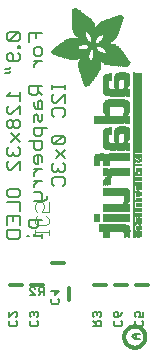
<source format=gbr>
G04 EAGLE Gerber RS-274X export*
G75*
%MOMM*%
%FSLAX34Y34*%
%LPD*%
%INSilkscreen Bottom*%
%IPPOS*%
%AMOC8*
5,1,8,0,0,1.08239X$1,22.5*%
G01*
%ADD10C,0.177800*%
%ADD11C,0.304800*%
%ADD12C,0.152400*%
%ADD13C,0.101600*%
%ADD14R,0.016800X6.839700*%
%ADD15R,0.016800X0.268300*%
%ADD16R,0.016800X0.268200*%
%ADD17R,0.016800X0.251500*%
%ADD18R,0.016800X0.301800*%
%ADD19R,0.016800X0.251400*%
%ADD20R,0.016800X0.285000*%
%ADD21R,0.016800X0.301700*%
%ADD22R,0.016800X0.419100*%
%ADD23R,0.016800X0.318500*%
%ADD24R,0.016800X0.586700*%
%ADD25R,0.016800X0.586800*%
%ADD26R,0.016700X6.839700*%
%ADD27R,0.016700X0.268300*%
%ADD28R,0.016700X0.251400*%
%ADD29R,0.016700X0.251500*%
%ADD30R,0.016700X0.301800*%
%ADD31R,0.016700X0.285000*%
%ADD32R,0.016700X0.301700*%
%ADD33R,0.016700X0.419100*%
%ADD34R,0.016700X0.318500*%
%ADD35R,0.016700X0.586700*%
%ADD36R,0.016700X0.586800*%
%ADD37R,0.016800X0.318600*%
%ADD38R,0.016800X0.569900*%
%ADD39R,0.016800X0.335300*%
%ADD40R,0.016800X0.234700*%
%ADD41R,0.016700X0.234700*%
%ADD42R,0.016700X0.016700*%
%ADD43R,0.016700X0.318600*%
%ADD44R,0.016700X0.569900*%
%ADD45R,0.016700X0.335300*%
%ADD46R,0.016800X0.217900*%
%ADD47R,0.016800X0.033500*%
%ADD48R,0.016800X0.570000*%
%ADD49R,0.016700X0.201100*%
%ADD50R,0.016700X0.050300*%
%ADD51R,0.016700X0.670500*%
%ADD52R,0.016700X1.005800*%
%ADD53R,0.016700X0.570000*%
%ADD54R,0.016800X0.201100*%
%ADD55R,0.016800X0.067000*%
%ADD56R,0.016800X0.670500*%
%ADD57R,0.016800X1.005800*%
%ADD58R,0.016800X0.184400*%
%ADD59R,0.016800X0.989000*%
%ADD60R,0.016700X0.184400*%
%ADD61R,0.016700X0.067000*%
%ADD62R,0.016700X0.989000*%
%ADD63R,0.016800X0.167600*%
%ADD64R,0.016800X0.083800*%
%ADD65R,0.016800X0.637000*%
%ADD66R,0.016800X0.955500*%
%ADD67R,0.016800X0.150800*%
%ADD68R,0.016800X0.100600*%
%ADD69R,0.016800X0.536400*%
%ADD70R,0.016800X0.854900*%
%ADD71R,0.016700X0.150800*%
%ADD72R,0.016700X0.100600*%
%ADD73R,0.016700X0.352000*%
%ADD74R,0.016700X0.435900*%
%ADD75R,0.016700X0.402400*%
%ADD76R,0.016700X0.368800*%
%ADD77R,0.016800X0.134100*%
%ADD78R,0.016800X0.117300*%
%ADD79R,0.016800X0.435900*%
%ADD80R,0.016800X0.368900*%
%ADD81R,0.016800X0.603500*%
%ADD82R,0.016700X0.134100*%
%ADD83R,0.016700X0.117300*%
%ADD84R,0.016700X0.452600*%
%ADD85R,0.016700X0.620300*%
%ADD86R,0.016800X0.284900*%
%ADD87R,0.016800X0.486200*%
%ADD88R,0.016800X0.653800*%
%ADD89R,0.016800X0.804700*%
%ADD90R,0.016700X0.150900*%
%ADD91R,0.016700X0.268200*%
%ADD92R,0.016700X0.737600*%
%ADD93R,0.016700X0.603500*%
%ADD94R,0.016700X0.922000*%
%ADD95R,0.016800X0.150900*%
%ADD96R,0.016800X0.821400*%
%ADD97R,0.016800X0.972300*%
%ADD98R,0.016800X0.989100*%
%ADD99R,0.016700X0.083800*%
%ADD100R,0.016700X0.167600*%
%ADD101R,0.016700X0.821400*%
%ADD102R,0.016700X0.989100*%
%ADD103R,0.016700X0.201200*%
%ADD104R,0.016800X0.050300*%
%ADD105R,0.016800X0.201200*%
%ADD106R,0.016700X0.217900*%
%ADD107R,0.016700X0.284900*%
%ADD108R,0.016800X0.352100*%
%ADD109R,0.016800X0.620300*%
%ADD110R,0.016800X0.385600*%
%ADD111R,0.016800X0.335200*%
%ADD112R,0.016700X0.385600*%
%ADD113R,0.016700X0.687400*%
%ADD114R,0.016800X13.998000*%
%ADD115R,0.016700X13.998000*%
%ADD116R,0.016700X0.637000*%
%ADD117R,0.016700X0.486100*%
%ADD118R,0.016700X0.637100*%
%ADD119R,0.016700X0.519700*%
%ADD120R,0.016700X0.536500*%
%ADD121R,0.016800X0.787900*%
%ADD122R,0.016800X0.687400*%
%ADD123R,0.016800X0.771200*%
%ADD124R,0.016800X0.637100*%
%ADD125R,0.016800X0.720800*%
%ADD126R,0.016800X0.704100*%
%ADD127R,0.016800X0.754400*%
%ADD128R,0.016700X0.838200*%
%ADD129R,0.016700X0.871800*%
%ADD130R,0.016700X0.871700*%
%ADD131R,0.016800X0.402400*%
%ADD132R,0.016800X0.922100*%
%ADD133R,0.016800X0.938800*%
%ADD134R,0.016700X0.938800*%
%ADD135R,0.016700X1.022600*%
%ADD136R,0.016700X0.972400*%
%ADD137R,0.016700X0.972300*%
%ADD138R,0.016800X0.469400*%
%ADD139R,0.016800X1.072900*%
%ADD140R,0.016800X1.022600*%
%ADD141R,0.016800X1.005900*%
%ADD142R,0.016800X0.502900*%
%ADD143R,0.016800X1.123200*%
%ADD144R,0.016800X1.056200*%
%ADD145R,0.016800X1.123100*%
%ADD146R,0.016700X1.139900*%
%ADD147R,0.016700X1.089600*%
%ADD148R,0.016800X0.553200*%
%ADD149R,0.016800X1.190200*%
%ADD150R,0.016800X1.190300*%
%ADD151R,0.016800X1.039400*%
%ADD152R,0.016800X1.223700*%
%ADD153R,0.016800X1.173500*%
%ADD154R,0.016800X1.223800*%
%ADD155R,0.016700X1.240500*%
%ADD156R,0.016700X1.173500*%
%ADD157R,0.016700X1.240600*%
%ADD158R,0.016700X1.190300*%
%ADD159R,0.016700X1.056200*%
%ADD160R,0.016800X1.274100*%
%ADD161R,0.016800X1.274000*%
%ADD162R,0.016800X1.307600*%
%ADD163R,0.016800X1.257300*%
%ADD164R,0.016800X1.324400*%
%ADD165R,0.016700X0.687300*%
%ADD166R,0.016700X1.324400*%
%ADD167R,0.016700X1.307500*%
%ADD168R,0.016700X1.274100*%
%ADD169R,0.016700X1.072900*%
%ADD170R,0.016800X2.011600*%
%ADD171R,0.016800X1.324300*%
%ADD172R,0.016800X1.978100*%
%ADD173R,0.016700X2.011600*%
%ADD174R,0.016700X1.357900*%
%ADD175R,0.016700X1.994900*%
%ADD176R,0.016700X1.341200*%
%ADD177R,0.016700X1.089700*%
%ADD178R,0.016800X0.754300*%
%ADD179R,0.016800X1.994900*%
%ADD180R,0.016800X1.995000*%
%ADD181R,0.016800X1.089700*%
%ADD182R,0.016700X0.787900*%
%ADD183R,0.016700X1.995000*%
%ADD184R,0.016800X2.028400*%
%ADD185R,0.016800X2.011700*%
%ADD186R,0.016800X1.106500*%
%ADD187R,0.016700X2.028400*%
%ADD188R,0.016700X2.011700*%
%ADD189R,0.016700X1.106500*%
%ADD190R,0.016800X0.888400*%
%ADD191R,0.016800X0.922000*%
%ADD192R,0.016700X0.938700*%
%ADD193R,0.016800X2.045200*%
%ADD194R,0.016800X0.938700*%
%ADD195R,0.016700X0.670600*%
%ADD196R,0.016700X0.888500*%
%ADD197R,0.016700X2.045200*%
%ADD198R,0.016700X0.888400*%
%ADD199R,0.016800X0.804600*%
%ADD200R,0.016800X2.028500*%
%ADD201R,0.016700X1.056100*%
%ADD202R,0.016700X0.771100*%
%ADD203R,0.016700X0.754300*%
%ADD204R,0.016700X2.028500*%
%ADD205R,0.016700X0.737700*%
%ADD206R,0.016800X1.072800*%
%ADD207R,0.016800X0.871700*%
%ADD208R,0.016800X0.737600*%
%ADD209R,0.016800X0.871800*%
%ADD210R,0.016800X1.089600*%
%ADD211R,0.016800X0.704000*%
%ADD212R,0.016800X0.687300*%
%ADD213R,0.016800X0.670600*%
%ADD214R,0.016700X1.123100*%
%ADD215R,0.016700X0.720800*%
%ADD216R,0.016700X0.653700*%
%ADD217R,0.016700X0.653800*%
%ADD218R,0.016800X1.139900*%
%ADD219R,0.016800X1.173400*%
%ADD220R,0.016700X1.190200*%
%ADD221R,0.016800X1.207000*%
%ADD222R,0.016800X1.240500*%
%ADD223R,0.016700X0.469400*%
%ADD224R,0.016700X1.274000*%
%ADD225R,0.016800X0.519600*%
%ADD226R,0.016800X1.341100*%
%ADD227R,0.016700X0.771200*%
%ADD228R,0.016700X1.374600*%
%ADD229R,0.016800X0.838200*%
%ADD230R,0.016800X1.391400*%
%ADD231R,0.016800X1.424900*%
%ADD232R,0.016700X1.441700*%
%ADD233R,0.016800X1.475200*%
%ADD234R,0.016700X1.491900*%
%ADD235R,0.016800X1.525500*%
%ADD236R,0.016700X1.559000*%
%ADD237R,0.016800X1.575800*%
%ADD238R,0.016700X1.307600*%
%ADD239R,0.016700X1.592500*%
%ADD240R,0.016800X1.374700*%
%ADD241R,0.016800X1.609300*%
%ADD242R,0.016800X1.408200*%
%ADD243R,0.016800X1.626100*%
%ADD244R,0.016700X1.626100*%
%ADD245R,0.016800X1.508800*%
%ADD246R,0.016800X1.659600*%
%ADD247R,0.016800X1.559000*%
%ADD248R,0.016800X1.676400*%
%ADD249R,0.016700X1.575800*%
%ADD250R,0.016700X1.676400*%
%ADD251R,0.016700X1.978100*%
%ADD252R,0.016800X1.693100*%
%ADD253R,0.016800X1.642800*%
%ADD254R,0.016800X1.709900*%
%ADD255R,0.016800X1.961300*%
%ADD256R,0.016700X1.726600*%
%ADD257R,0.016700X1.961300*%
%ADD258R,0.016800X1.693200*%
%ADD259R,0.016800X1.726600*%
%ADD260R,0.016800X1.944600*%
%ADD261R,0.016700X1.726700*%
%ADD262R,0.016700X1.743400*%
%ADD263R,0.016700X1.944600*%
%ADD264R,0.016800X1.726700*%
%ADD265R,0.016800X1.760200*%
%ADD266R,0.016800X1.927800*%
%ADD267R,0.016800X1.911000*%
%ADD268R,0.016700X1.793700*%
%ADD269R,0.016700X1.776900*%
%ADD270R,0.016700X1.911100*%
%ADD271R,0.016700X1.894300*%
%ADD272R,0.016800X1.793800*%
%ADD273R,0.016800X1.776900*%
%ADD274R,0.016800X1.911100*%
%ADD275R,0.016800X1.894300*%
%ADD276R,0.016800X1.827300*%
%ADD277R,0.016800X1.810500*%
%ADD278R,0.016800X1.877500*%
%ADD279R,0.016700X1.844100*%
%ADD280R,0.016700X1.810500*%
%ADD281R,0.016700X1.860800*%
%ADD282R,0.016700X1.844000*%
%ADD283R,0.016800X1.860900*%
%ADD284R,0.016800X1.844000*%
%ADD285R,0.016800X1.827200*%
%ADD286R,0.016800X1.860800*%
%ADD287R,0.016800X1.793700*%
%ADD288R,0.016700X1.877600*%
%ADD289R,0.016700X1.827200*%
%ADD290R,0.016700X1.927800*%
%ADD291R,0.016800X1.927900*%
%ADD292R,0.016700X1.944700*%
%ADD293R,0.016700X1.877500*%
%ADD294R,0.016800X1.961400*%
%ADD295R,0.016700X1.961400*%
%ADD296R,0.016800X1.978200*%
%ADD297R,0.016700X1.911000*%
%ADD298R,0.016800X0.620200*%
%ADD299R,0.016800X1.425000*%
%ADD300R,0.016700X0.620200*%
%ADD301R,0.016700X1.425000*%
%ADD302R,0.016800X0.653700*%
%ADD303R,0.016700X0.704100*%
%ADD304R,0.016700X0.804700*%
%ADD305R,0.016800X0.905200*%
%ADD306R,0.016800X1.894400*%
%ADD307R,0.016700X1.927900*%
%ADD308R,0.016800X1.877600*%
%ADD309R,0.016800X3.889300*%
%ADD310R,0.016700X3.872500*%
%ADD311R,0.016800X3.872500*%
%ADD312R,0.016700X3.855700*%
%ADD313R,0.016700X0.754400*%
%ADD314R,0.016800X3.855700*%
%ADD315R,0.016800X3.839000*%
%ADD316R,0.016800X0.720900*%
%ADD317R,0.016700X3.822200*%
%ADD318R,0.016800X2.715700*%
%ADD319R,0.016800X2.632000*%
%ADD320R,0.016800X1.290800*%
%ADD321R,0.016700X2.615200*%
%ADD322R,0.016700X1.257300*%
%ADD323R,0.016800X2.581700*%
%ADD324R,0.016800X1.240600*%
%ADD325R,0.016800X2.564900*%
%ADD326R,0.016800X1.760300*%
%ADD327R,0.016700X2.531400*%
%ADD328R,0.016700X1.156700*%
%ADD329R,0.016800X2.514600*%
%ADD330R,0.016800X0.955600*%
%ADD331R,0.016800X2.497800*%
%ADD332R,0.016800X1.659700*%
%ADD333R,0.016700X2.464300*%
%ADD334R,0.016700X1.039300*%
%ADD335R,0.016800X2.447500*%
%ADD336R,0.016800X1.592500*%
%ADD337R,0.016800X0.536500*%
%ADD338R,0.016700X2.430800*%
%ADD339R,0.016700X1.559100*%
%ADD340R,0.016700X1.542300*%
%ADD341R,0.016700X0.502900*%
%ADD342R,0.016800X2.414000*%
%ADD343R,0.016800X0.905300*%
%ADD344R,0.016800X1.508700*%
%ADD345R,0.016800X0.888500*%
%ADD346R,0.016800X2.397300*%
%ADD347R,0.016800X1.441700*%
%ADD348R,0.016800X0.452700*%
%ADD349R,0.016700X1.290900*%
%ADD350R,0.016800X1.156700*%
%ADD351R,0.016800X0.855000*%
%ADD352R,0.016700X1.123200*%
%ADD353R,0.016700X0.720900*%
%ADD354R,0.016800X1.106400*%
%ADD355R,0.016700X1.106400*%
%ADD356R,0.016800X0.771100*%
%ADD357R,0.016700X0.435800*%
%ADD358R,0.016700X1.592600*%
%ADD359R,0.016800X0.435800*%
%ADD360R,0.016800X1.642900*%
%ADD361R,0.016800X0.402300*%
%ADD362R,0.016700X1.793800*%
%ADD363R,0.016800X0.368800*%
%ADD364R,0.016800X1.056100*%
%ADD365R,0.016700X1.039400*%
%ADD366R,0.016800X2.078800*%
%ADD367R,0.016700X0.335200*%
%ADD368R,0.016700X2.145800*%
%ADD369R,0.016800X2.162600*%
%ADD370R,0.016800X0.352000*%
%ADD371R,0.016800X2.212800*%
%ADD372R,0.016700X2.279900*%
%ADD373R,0.016800X2.330200*%
%ADD374R,0.016800X2.799500*%
%ADD375R,0.016700X2.816300*%
%ADD376R,0.016700X0.955500*%
%ADD377R,0.016800X2.849900*%
%ADD378R,0.016800X2.916900*%
%ADD379R,0.016700X4.224500*%
%ADD380R,0.016800X4.291600*%
%ADD381R,0.016800X4.409000*%
%ADD382R,0.016700X4.509500*%
%ADD383R,0.016800X4.526300*%
%ADD384R,0.016700X4.626800*%
%ADD385R,0.016800X4.693900*%
%ADD386R,0.016800X4.727400*%
%ADD387R,0.016700X2.548200*%
%ADD388R,0.016700X2.179300*%
%ADD389R,0.016800X2.430800*%
%ADD390R,0.016700X2.414000*%
%ADD391R,0.016800X2.414100*%
%ADD392R,0.016700X2.430700*%
%ADD393R,0.016700X2.447600*%
%ADD394R,0.016800X1.559100*%
%ADD395R,0.016700X1.525500*%
%ADD396R,0.016800X1.492000*%
%ADD397R,0.016800X1.491900*%
%ADD398R,0.016700X1.458500*%
%ADD399R,0.016800X2.061900*%
%ADD400R,0.016700X1.408100*%
%ADD401R,0.016700X0.905200*%
%ADD402R,0.016700X2.112300*%
%ADD403R,0.016800X2.179300*%
%ADD404R,0.016700X1.408200*%
%ADD405R,0.016700X2.212900*%
%ADD406R,0.016800X1.140000*%
%ADD407R,0.016800X3.319300*%
%ADD408R,0.016700X1.374700*%
%ADD409R,0.016700X0.402300*%
%ADD410R,0.016700X3.302500*%
%ADD411R,0.016800X3.285700*%
%ADD412R,0.016800X1.357900*%
%ADD413R,0.016800X3.269000*%
%ADD414R,0.016700X3.285800*%
%ADD415R,0.016800X3.268900*%
%ADD416R,0.016700X0.452700*%
%ADD417R,0.016700X3.268900*%
%ADD418R,0.016700X1.391400*%
%ADD419R,0.016700X3.269000*%
%ADD420R,0.016800X1.374600*%
%ADD421R,0.016800X0.519700*%
%ADD422R,0.016800X3.252200*%
%ADD423R,0.016800X3.235400*%
%ADD424R,0.016700X3.235400*%
%ADD425R,0.016800X3.218600*%
%ADD426R,0.016800X3.201900*%
%ADD427R,0.016700X3.201900*%
%ADD428R,0.016800X1.458500*%
%ADD429R,0.016800X1.525600*%
%ADD430R,0.016800X3.185100*%
%ADD431R,0.016700X2.531300*%
%ADD432R,0.016700X3.168400*%
%ADD433R,0.016800X2.531300*%
%ADD434R,0.016800X3.151600*%
%ADD435R,0.016800X2.548100*%
%ADD436R,0.016800X3.134900*%
%ADD437R,0.016700X2.564900*%
%ADD438R,0.016700X3.118100*%
%ADD439R,0.016800X2.581600*%
%ADD440R,0.016800X3.101400*%
%ADD441R,0.016700X2.598400*%
%ADD442R,0.016700X3.067900*%
%ADD443R,0.016800X2.598400*%
%ADD444R,0.016800X3.034300*%
%ADD445R,0.016800X2.615100*%
%ADD446R,0.016800X3.000800*%
%ADD447R,0.016700X2.631900*%
%ADD448R,0.016700X2.950500*%
%ADD449R,0.016800X2.648700*%
%ADD450R,0.016800X2.900200*%
%ADD451R,0.016800X2.665500*%
%ADD452R,0.016700X2.682200*%
%ADD453R,0.016700X2.799600*%
%ADD454R,0.016800X2.699000*%
%ADD455R,0.016800X2.732500*%
%ADD456R,0.016700X2.749300*%
%ADD457R,0.016700X2.632000*%
%ADD458R,0.016800X2.749300*%
%ADD459R,0.016700X2.766100*%
%ADD460R,0.016800X2.766100*%
%ADD461R,0.016800X2.481100*%
%ADD462R,0.016800X2.782900*%
%ADD463R,0.016700X2.380500*%
%ADD464R,0.016800X2.833100*%
%ADD465R,0.016800X1.592600*%
%ADD466R,0.016700X2.849900*%
%ADD467R,0.016800X2.883400*%
%ADD468R,0.016700X2.917000*%
%ADD469R,0.016800X2.933700*%
%ADD470R,0.016800X2.967200*%
%ADD471R,0.016700X2.967200*%
%ADD472R,0.016700X3.017500*%
%ADD473R,0.016800X3.051000*%
%ADD474R,0.016800X0.788000*%
%ADD475R,0.016800X3.084600*%
%ADD476R,0.016700X2.397300*%
%ADD477R,0.016800X2.397200*%
%ADD478R,0.016700X1.760200*%
%ADD479R,0.016700X2.397200*%
%ADD480R,0.016700X1.827300*%
%ADD481R,0.016800X2.380500*%
%ADD482R,0.016800X2.363700*%
%ADD483R,0.016700X2.363700*%
%ADD484R,0.016800X2.346900*%
%ADD485R,0.016700X2.296600*%
%ADD486R,0.016800X2.279900*%
%ADD487R,0.016800X2.246300*%
%ADD488R,0.016700X2.229600*%
%ADD489R,0.016800X2.129100*%
%ADD490R,0.016800X2.112300*%
%ADD491R,0.016700X1.609300*%
%ADD492R,0.016800X1.743400*%
%ADD493R,0.016700X1.693100*%
%ADD494R,0.016700X1.659700*%
%ADD495R,0.016800X1.575900*%
%ADD496R,0.016700X1.575900*%
%ADD497R,0.016700X1.475200*%
%ADD498R,0.016700X1.324300*%
%ADD499R,0.016700X1.290800*%
%ADD500R,0.016700X1.207000*%
%ADD501R,0.016700X0.854900*%
%ADD502R,0.016700X0.821500*%
%ADD503R,0.016800X0.821500*%
%ADD504R,0.016800X0.218000*%


D10*
X13799Y182745D02*
X6512Y182745D01*
X4690Y180923D01*
X4690Y177279D01*
X6512Y175457D01*
X13799Y175457D01*
X15621Y177279D01*
X15621Y180923D01*
X13799Y182745D01*
X6512Y175457D01*
X13799Y171051D02*
X15621Y171051D01*
X13799Y171051D02*
X13799Y169229D01*
X15621Y169229D01*
X15621Y171051D01*
X13799Y165204D02*
X15621Y163382D01*
X15621Y159738D01*
X13799Y157916D01*
X6512Y157916D01*
X4690Y159738D01*
X4690Y163382D01*
X6512Y165204D01*
X8333Y165204D01*
X10155Y163382D01*
X10155Y157916D01*
X6512Y151688D02*
X2868Y151688D01*
X6512Y151688D02*
X8333Y153510D01*
X6512Y148044D02*
X2868Y148044D01*
X6512Y148044D02*
X8333Y149866D01*
X8333Y132071D02*
X4690Y128427D01*
X15621Y128427D01*
X15621Y124784D02*
X15621Y132071D01*
X15621Y120377D02*
X15621Y113090D01*
X15621Y120377D02*
X8333Y113090D01*
X6512Y113090D01*
X4690Y114911D01*
X4690Y118555D01*
X6512Y120377D01*
X6512Y108683D02*
X4690Y106861D01*
X4690Y103218D01*
X6512Y101396D01*
X8333Y101396D01*
X10155Y103218D01*
X11977Y101396D01*
X13799Y101396D01*
X15621Y103218D01*
X15621Y106861D01*
X13799Y108683D01*
X11977Y108683D01*
X10155Y106861D01*
X8333Y108683D01*
X6512Y108683D01*
X10155Y106861D02*
X10155Y103218D01*
X8333Y96989D02*
X15621Y89702D01*
X15621Y96989D02*
X8333Y89702D01*
X6512Y85295D02*
X4690Y83473D01*
X4690Y79830D01*
X6512Y78008D01*
X8333Y78008D01*
X10155Y79830D01*
X10155Y81651D01*
X10155Y79830D02*
X11977Y78008D01*
X13799Y78008D01*
X15621Y79830D01*
X15621Y83473D01*
X13799Y85295D01*
X15621Y73601D02*
X15621Y66314D01*
X15621Y73601D02*
X8333Y66314D01*
X6512Y66314D01*
X4690Y68136D01*
X4690Y71779D01*
X6512Y73601D01*
X4690Y48391D02*
X4690Y44748D01*
X4690Y48391D02*
X6512Y50213D01*
X13799Y50213D01*
X15621Y48391D01*
X15621Y44748D01*
X13799Y42926D01*
X6512Y42926D01*
X4690Y44748D01*
X4690Y38519D02*
X15621Y38519D01*
X15621Y31232D01*
X4690Y26825D02*
X4690Y19538D01*
X4690Y26825D02*
X15621Y26825D01*
X15621Y19538D01*
X10155Y23182D02*
X10155Y26825D01*
X4690Y15131D02*
X15621Y15131D01*
X15621Y9666D01*
X13799Y7844D01*
X6512Y7844D01*
X4690Y9666D01*
X4690Y15131D01*
X23740Y181770D02*
X34671Y181770D01*
X23740Y181770D02*
X23740Y174483D01*
X29205Y178127D02*
X29205Y181770D01*
X34671Y168255D02*
X34671Y164611D01*
X32849Y162789D01*
X29205Y162789D01*
X27383Y164611D01*
X27383Y168255D01*
X29205Y170076D01*
X32849Y170076D01*
X34671Y168255D01*
X34671Y158383D02*
X27383Y158383D01*
X31027Y158383D02*
X27383Y154739D01*
X27383Y152917D01*
X23740Y136944D02*
X34671Y136944D01*
X23740Y136944D02*
X23740Y131478D01*
X25562Y129656D01*
X29205Y129656D01*
X31027Y131478D01*
X31027Y136944D01*
X31027Y133300D02*
X34671Y129656D01*
X27383Y123428D02*
X27383Y119784D01*
X29205Y117962D01*
X34671Y117962D01*
X34671Y123428D01*
X32849Y125250D01*
X31027Y123428D01*
X31027Y117962D01*
X34671Y113556D02*
X34671Y108090D01*
X32849Y106268D01*
X31027Y108090D01*
X31027Y111734D01*
X29205Y113556D01*
X27383Y111734D01*
X27383Y106268D01*
X27383Y101862D02*
X38315Y101862D01*
X27383Y101862D02*
X27383Y96396D01*
X29205Y94574D01*
X32849Y94574D01*
X34671Y96396D01*
X34671Y101862D01*
X34671Y90168D02*
X23740Y90168D01*
X34671Y90168D02*
X34671Y84702D01*
X32849Y82880D01*
X29205Y82880D01*
X27383Y84702D01*
X27383Y90168D01*
X34671Y76652D02*
X34671Y73008D01*
X34671Y76652D02*
X32849Y78474D01*
X29205Y78474D01*
X27383Y76652D01*
X27383Y73008D01*
X29205Y71186D01*
X31027Y71186D01*
X31027Y78474D01*
X34671Y66780D02*
X27383Y66780D01*
X31027Y66780D02*
X27383Y63136D01*
X27383Y61314D01*
X27383Y57035D02*
X34671Y57035D01*
X31027Y57035D02*
X27383Y53391D01*
X27383Y51569D01*
X27383Y47290D02*
X32849Y47290D01*
X34671Y45468D01*
X34671Y40002D01*
X36493Y40002D02*
X27383Y40002D01*
X36493Y40002D02*
X38315Y41824D01*
X38315Y43646D01*
X34671Y23902D02*
X23740Y23902D01*
X23740Y18436D01*
X25562Y16614D01*
X29205Y16614D01*
X31027Y18436D01*
X31027Y23902D01*
X27383Y12208D02*
X27383Y10386D01*
X34671Y10386D01*
X34671Y12208D02*
X34671Y8564D01*
X23740Y10386D02*
X21918Y10386D01*
X53721Y134274D02*
X53721Y137918D01*
X53721Y136096D02*
X42790Y136096D01*
X42790Y137918D02*
X42790Y134274D01*
X53721Y130122D02*
X53721Y122834D01*
X53721Y130122D02*
X46433Y122834D01*
X44612Y122834D01*
X42790Y124656D01*
X42790Y128300D01*
X44612Y130122D01*
X42790Y112962D02*
X44612Y111141D01*
X42790Y112962D02*
X42790Y116606D01*
X44612Y118428D01*
X51899Y118428D01*
X53721Y116606D01*
X53721Y112962D01*
X51899Y111141D01*
X51899Y95040D02*
X44612Y95040D01*
X42790Y93218D01*
X42790Y89574D01*
X44612Y87753D01*
X51899Y87753D01*
X53721Y89574D01*
X53721Y93218D01*
X51899Y95040D01*
X44612Y87753D01*
X46433Y83346D02*
X53721Y76059D01*
X53721Y83346D02*
X46433Y76059D01*
X44612Y71652D02*
X42790Y69830D01*
X42790Y66187D01*
X44612Y64365D01*
X46433Y64365D01*
X48255Y66187D01*
X48255Y68008D01*
X48255Y66187D02*
X50077Y64365D01*
X51899Y64365D01*
X53721Y66187D01*
X53721Y69830D01*
X51899Y71652D01*
X42790Y54493D02*
X44612Y52671D01*
X42790Y54493D02*
X42790Y58136D01*
X44612Y59958D01*
X51899Y59958D01*
X53721Y58136D01*
X53721Y54493D01*
X51899Y52671D01*
D11*
X104050Y-75438D02*
X104053Y-75218D01*
X104061Y-74997D01*
X104074Y-74777D01*
X104093Y-74558D01*
X104118Y-74339D01*
X104147Y-74120D01*
X104182Y-73903D01*
X104223Y-73686D01*
X104268Y-73470D01*
X104319Y-73256D01*
X104375Y-73043D01*
X104437Y-72831D01*
X104503Y-72621D01*
X104575Y-72413D01*
X104652Y-72206D01*
X104734Y-72002D01*
X104820Y-71799D01*
X104912Y-71599D01*
X105009Y-71400D01*
X105110Y-71205D01*
X105217Y-71012D01*
X105328Y-70821D01*
X105443Y-70634D01*
X105563Y-70449D01*
X105688Y-70267D01*
X105817Y-70089D01*
X105951Y-69913D01*
X106088Y-69741D01*
X106230Y-69573D01*
X106376Y-69407D01*
X106526Y-69246D01*
X106680Y-69088D01*
X106838Y-68934D01*
X106999Y-68784D01*
X107165Y-68638D01*
X107333Y-68496D01*
X107505Y-68359D01*
X107681Y-68225D01*
X107859Y-68096D01*
X108041Y-67971D01*
X108226Y-67851D01*
X108413Y-67736D01*
X108604Y-67625D01*
X108797Y-67518D01*
X108992Y-67417D01*
X109191Y-67320D01*
X109391Y-67228D01*
X109594Y-67142D01*
X109798Y-67060D01*
X110005Y-66983D01*
X110213Y-66911D01*
X110423Y-66845D01*
X110635Y-66783D01*
X110848Y-66727D01*
X111062Y-66676D01*
X111278Y-66631D01*
X111495Y-66590D01*
X111712Y-66555D01*
X111931Y-66526D01*
X112150Y-66501D01*
X112369Y-66482D01*
X112589Y-66469D01*
X112810Y-66461D01*
X113030Y-66458D01*
X113250Y-66461D01*
X113471Y-66469D01*
X113691Y-66482D01*
X113910Y-66501D01*
X114129Y-66526D01*
X114348Y-66555D01*
X114565Y-66590D01*
X114782Y-66631D01*
X114998Y-66676D01*
X115212Y-66727D01*
X115425Y-66783D01*
X115637Y-66845D01*
X115847Y-66911D01*
X116055Y-66983D01*
X116262Y-67060D01*
X116466Y-67142D01*
X116669Y-67228D01*
X116869Y-67320D01*
X117068Y-67417D01*
X117263Y-67518D01*
X117456Y-67625D01*
X117647Y-67736D01*
X117834Y-67851D01*
X118019Y-67971D01*
X118201Y-68096D01*
X118379Y-68225D01*
X118555Y-68359D01*
X118727Y-68496D01*
X118895Y-68638D01*
X119061Y-68784D01*
X119222Y-68934D01*
X119380Y-69088D01*
X119534Y-69246D01*
X119684Y-69407D01*
X119830Y-69573D01*
X119972Y-69741D01*
X120109Y-69913D01*
X120243Y-70089D01*
X120372Y-70267D01*
X120497Y-70449D01*
X120617Y-70634D01*
X120732Y-70821D01*
X120843Y-71012D01*
X120950Y-71205D01*
X121051Y-71400D01*
X121148Y-71599D01*
X121240Y-71799D01*
X121326Y-72002D01*
X121408Y-72206D01*
X121485Y-72413D01*
X121557Y-72621D01*
X121623Y-72831D01*
X121685Y-73043D01*
X121741Y-73256D01*
X121792Y-73470D01*
X121837Y-73686D01*
X121878Y-73903D01*
X121913Y-74120D01*
X121942Y-74339D01*
X121967Y-74558D01*
X121986Y-74777D01*
X121999Y-74997D01*
X122007Y-75218D01*
X122010Y-75438D01*
X122007Y-75658D01*
X121999Y-75879D01*
X121986Y-76099D01*
X121967Y-76318D01*
X121942Y-76537D01*
X121913Y-76756D01*
X121878Y-76973D01*
X121837Y-77190D01*
X121792Y-77406D01*
X121741Y-77620D01*
X121685Y-77833D01*
X121623Y-78045D01*
X121557Y-78255D01*
X121485Y-78463D01*
X121408Y-78670D01*
X121326Y-78874D01*
X121240Y-79077D01*
X121148Y-79277D01*
X121051Y-79476D01*
X120950Y-79671D01*
X120843Y-79864D01*
X120732Y-80055D01*
X120617Y-80242D01*
X120497Y-80427D01*
X120372Y-80609D01*
X120243Y-80787D01*
X120109Y-80963D01*
X119972Y-81135D01*
X119830Y-81303D01*
X119684Y-81469D01*
X119534Y-81630D01*
X119380Y-81788D01*
X119222Y-81942D01*
X119061Y-82092D01*
X118895Y-82238D01*
X118727Y-82380D01*
X118555Y-82517D01*
X118379Y-82651D01*
X118201Y-82780D01*
X118019Y-82905D01*
X117834Y-83025D01*
X117647Y-83140D01*
X117456Y-83251D01*
X117263Y-83358D01*
X117068Y-83459D01*
X116869Y-83556D01*
X116669Y-83648D01*
X116466Y-83734D01*
X116262Y-83816D01*
X116055Y-83893D01*
X115847Y-83965D01*
X115637Y-84031D01*
X115425Y-84093D01*
X115212Y-84149D01*
X114998Y-84200D01*
X114782Y-84245D01*
X114565Y-84286D01*
X114348Y-84321D01*
X114129Y-84350D01*
X113910Y-84375D01*
X113691Y-84394D01*
X113471Y-84407D01*
X113250Y-84415D01*
X113030Y-84418D01*
X112810Y-84415D01*
X112589Y-84407D01*
X112369Y-84394D01*
X112150Y-84375D01*
X111931Y-84350D01*
X111712Y-84321D01*
X111495Y-84286D01*
X111278Y-84245D01*
X111062Y-84200D01*
X110848Y-84149D01*
X110635Y-84093D01*
X110423Y-84031D01*
X110213Y-83965D01*
X110005Y-83893D01*
X109798Y-83816D01*
X109594Y-83734D01*
X109391Y-83648D01*
X109191Y-83556D01*
X108992Y-83459D01*
X108797Y-83358D01*
X108604Y-83251D01*
X108413Y-83140D01*
X108226Y-83025D01*
X108041Y-82905D01*
X107859Y-82780D01*
X107681Y-82651D01*
X107505Y-82517D01*
X107333Y-82380D01*
X107165Y-82238D01*
X106999Y-82092D01*
X106838Y-81942D01*
X106680Y-81788D01*
X106526Y-81630D01*
X106376Y-81469D01*
X106230Y-81303D01*
X106088Y-81135D01*
X105951Y-80963D01*
X105817Y-80787D01*
X105688Y-80609D01*
X105563Y-80427D01*
X105443Y-80242D01*
X105328Y-80055D01*
X105217Y-79864D01*
X105110Y-79671D01*
X105009Y-79476D01*
X104912Y-79277D01*
X104820Y-79077D01*
X104734Y-78874D01*
X104652Y-78670D01*
X104575Y-78463D01*
X104503Y-78255D01*
X104437Y-78045D01*
X104375Y-77833D01*
X104319Y-77620D01*
X104268Y-77406D01*
X104223Y-77190D01*
X104182Y-76973D01*
X104147Y-76756D01*
X104118Y-76537D01*
X104093Y-76318D01*
X104074Y-76099D01*
X104061Y-75879D01*
X104053Y-75658D01*
X104050Y-75438D01*
D12*
X112942Y-72644D02*
X117348Y-72644D01*
X112942Y-72644D02*
X110738Y-74847D01*
X112942Y-77050D01*
X117348Y-77050D01*
X114043Y-77050D02*
X114043Y-72644D01*
D11*
X17780Y-31750D02*
X7620Y-31750D01*
D12*
X12112Y-61870D02*
X13214Y-62972D01*
X13214Y-65175D01*
X12112Y-66276D01*
X7706Y-66276D01*
X6604Y-65175D01*
X6604Y-62972D01*
X7706Y-61870D01*
X6604Y-58792D02*
X6604Y-54386D01*
X6604Y-58792D02*
X11010Y-54386D01*
X12112Y-54386D01*
X13214Y-55487D01*
X13214Y-57691D01*
X12112Y-58792D01*
D11*
X25400Y-31750D02*
X35560Y-31750D01*
D12*
X29892Y-61870D02*
X30994Y-62972D01*
X30994Y-65175D01*
X29892Y-66276D01*
X25486Y-66276D01*
X24384Y-65175D01*
X24384Y-62972D01*
X25486Y-61870D01*
X29892Y-58792D02*
X30994Y-57691D01*
X30994Y-55487D01*
X29892Y-54386D01*
X28790Y-54386D01*
X27689Y-55487D01*
X27689Y-56589D01*
X27689Y-55487D02*
X26587Y-54386D01*
X25486Y-54386D01*
X24384Y-55487D01*
X24384Y-57691D01*
X25486Y-58792D01*
D11*
X43180Y-12700D02*
X53340Y-12700D01*
D12*
X47672Y-42820D02*
X48774Y-43922D01*
X48774Y-46125D01*
X47672Y-47226D01*
X43266Y-47226D01*
X42164Y-46125D01*
X42164Y-43922D01*
X43266Y-42820D01*
X42164Y-36437D02*
X48774Y-36437D01*
X45469Y-39742D01*
X45469Y-35336D01*
D11*
X114300Y-31750D02*
X124460Y-31750D01*
D12*
X118792Y-61870D02*
X119894Y-62972D01*
X119894Y-65175D01*
X118792Y-66276D01*
X114386Y-66276D01*
X113284Y-65175D01*
X113284Y-62972D01*
X114386Y-61870D01*
X119894Y-58792D02*
X119894Y-54386D01*
X119894Y-58792D02*
X116589Y-58792D01*
X117690Y-56589D01*
X117690Y-55487D01*
X116589Y-54386D01*
X114386Y-54386D01*
X113284Y-55487D01*
X113284Y-57691D01*
X114386Y-58792D01*
D11*
X106680Y-31750D02*
X96520Y-31750D01*
D12*
X101012Y-61870D02*
X102114Y-62972D01*
X102114Y-65175D01*
X101012Y-66276D01*
X96606Y-66276D01*
X95504Y-65175D01*
X95504Y-62972D01*
X96606Y-61870D01*
X101012Y-56589D02*
X102114Y-54386D01*
X101012Y-56589D02*
X98809Y-58792D01*
X96606Y-58792D01*
X95504Y-57691D01*
X95504Y-55487D01*
X96606Y-54386D01*
X97707Y-54386D01*
X98809Y-55487D01*
X98809Y-58792D01*
D11*
X88900Y-31750D02*
X78740Y-31750D01*
D12*
X77724Y-66276D02*
X84334Y-66276D01*
X84334Y-62972D01*
X83232Y-61870D01*
X81029Y-61870D01*
X79927Y-62972D01*
X79927Y-66276D01*
X79927Y-64073D02*
X77724Y-61870D01*
X83232Y-58792D02*
X84334Y-57691D01*
X84334Y-55487D01*
X83232Y-54386D01*
X82130Y-54386D01*
X81029Y-55487D01*
X81029Y-56589D01*
X81029Y-55487D02*
X79927Y-54386D01*
X78826Y-54386D01*
X77724Y-55487D01*
X77724Y-57691D01*
X78826Y-58792D01*
D13*
X28448Y11234D02*
X28448Y15132D01*
X28448Y13183D02*
X40142Y13183D01*
X40142Y11234D02*
X40142Y15132D01*
X40142Y24877D02*
X38193Y26826D01*
X40142Y24877D02*
X40142Y20979D01*
X38193Y19030D01*
X30397Y19030D01*
X28448Y20979D01*
X28448Y24877D01*
X30397Y26826D01*
X40142Y30724D02*
X40142Y38520D01*
X40142Y30724D02*
X34295Y30724D01*
X36244Y34622D01*
X36244Y36571D01*
X34295Y38520D01*
X30397Y38520D01*
X28448Y36571D01*
X28448Y32673D01*
X30397Y30724D01*
D11*
X57150Y-34290D02*
X57150Y-44450D01*
D12*
X36068Y-39878D02*
X36068Y-33268D01*
X32763Y-33268D01*
X31662Y-34370D01*
X31662Y-36573D01*
X32763Y-37675D01*
X36068Y-37675D01*
X33865Y-37675D02*
X31662Y-39878D01*
X28584Y-39878D02*
X24177Y-39878D01*
X24177Y-35472D02*
X28584Y-39878D01*
X24177Y-35472D02*
X24177Y-34370D01*
X25279Y-33268D01*
X27482Y-33268D01*
X28584Y-34370D01*
D14*
X119380Y114532D03*
D15*
X119380Y77986D03*
D16*
X119380Y74465D03*
D17*
X119380Y70023D03*
D15*
X119380Y66419D03*
D18*
X119380Y62395D03*
D19*
X119380Y58288D03*
D20*
X119380Y54432D03*
D21*
X119380Y50493D03*
D22*
X119380Y45883D03*
X119380Y40686D03*
D23*
X119380Y35992D03*
D20*
X119380Y31968D03*
X119380Y28113D03*
D24*
X119380Y22581D03*
D21*
X119380Y17133D03*
D25*
X119380Y11684D03*
D26*
X119213Y114532D03*
D27*
X119213Y77986D03*
D28*
X119213Y74549D03*
D29*
X119213Y70023D03*
D30*
X119213Y66251D03*
D31*
X119213Y62311D03*
D32*
X119213Y58372D03*
D31*
X119213Y54432D03*
D32*
X119213Y50493D03*
D33*
X119213Y45883D03*
X119213Y40686D03*
D34*
X119213Y35992D03*
D31*
X119213Y31968D03*
X119213Y28113D03*
D35*
X119213Y22581D03*
D34*
X119213Y17217D03*
D36*
X119213Y11684D03*
D14*
X119045Y114532D03*
D15*
X119045Y77986D03*
D19*
X119045Y74549D03*
D17*
X119045Y70023D03*
D37*
X119045Y66167D03*
D15*
X119045Y62228D03*
D23*
X119045Y58288D03*
D20*
X119045Y54432D03*
D23*
X119045Y50577D03*
D22*
X119045Y45883D03*
X119045Y40686D03*
D23*
X119045Y35992D03*
D20*
X119045Y31968D03*
X119045Y28113D03*
D38*
X119045Y22665D03*
D39*
X119045Y17133D03*
D25*
X119045Y11684D03*
D14*
X118877Y114532D03*
D15*
X118877Y77986D03*
D40*
X118877Y74633D03*
D17*
X118877Y70023D03*
D37*
X118877Y66167D03*
D15*
X118877Y62228D03*
D23*
X118877Y58288D03*
D19*
X118877Y54432D03*
D23*
X118877Y50577D03*
D22*
X118877Y45883D03*
X118877Y40686D03*
D23*
X118877Y35992D03*
D20*
X118877Y31968D03*
X118877Y28113D03*
D38*
X118877Y22665D03*
D39*
X118877Y17133D03*
D25*
X118877Y11684D03*
D26*
X118710Y114532D03*
D27*
X118710Y77986D03*
D41*
X118710Y74633D03*
D42*
X118710Y72370D03*
D29*
X118710Y70023D03*
D43*
X118710Y66167D03*
D27*
X118710Y62228D03*
D34*
X118710Y58288D03*
D28*
X118710Y54432D03*
D34*
X118710Y50577D03*
D33*
X118710Y45883D03*
X118710Y40686D03*
D34*
X118710Y35992D03*
D31*
X118710Y31968D03*
X118710Y28113D03*
D44*
X118710Y22665D03*
D45*
X118710Y17133D03*
D36*
X118710Y11684D03*
D14*
X118542Y114532D03*
D15*
X118542Y77986D03*
D46*
X118542Y74717D03*
D47*
X118542Y72454D03*
D17*
X118542Y70023D03*
D37*
X118542Y66167D03*
D15*
X118542Y62228D03*
D23*
X118542Y58288D03*
D19*
X118542Y54432D03*
D23*
X118542Y50577D03*
D22*
X118542Y45883D03*
X118542Y40686D03*
D21*
X118542Y36076D03*
D20*
X118542Y31968D03*
X118542Y28113D03*
D38*
X118542Y22665D03*
D39*
X118542Y17133D03*
D48*
X118542Y11600D03*
D14*
X118374Y114532D03*
D15*
X118374Y77986D03*
D46*
X118374Y74717D03*
D47*
X118374Y72454D03*
D17*
X118374Y70023D03*
D37*
X118374Y66167D03*
D15*
X118374Y62228D03*
D23*
X118374Y58288D03*
D19*
X118374Y54432D03*
D23*
X118374Y50577D03*
D22*
X118374Y45883D03*
X118374Y40686D03*
D21*
X118374Y36076D03*
D20*
X118374Y31968D03*
X118374Y28113D03*
D38*
X118374Y22665D03*
D39*
X118374Y17133D03*
D48*
X118374Y11600D03*
D26*
X118207Y114532D03*
D27*
X118207Y77986D03*
D49*
X118207Y74801D03*
D50*
X118207Y72538D03*
D29*
X118207Y70023D03*
D43*
X118207Y66167D03*
D27*
X118207Y62228D03*
D34*
X118207Y58288D03*
D51*
X118207Y52337D03*
D33*
X118207Y45883D03*
X118207Y40686D03*
D32*
X118207Y36076D03*
D30*
X118207Y32052D03*
D31*
X118207Y28113D03*
D52*
X118207Y20485D03*
D53*
X118207Y11600D03*
D14*
X118039Y114532D03*
D15*
X118039Y77986D03*
D54*
X118039Y74801D03*
D55*
X118039Y72621D03*
D17*
X118039Y70023D03*
D37*
X118039Y66167D03*
D17*
X118039Y62144D03*
D23*
X118039Y58288D03*
D56*
X118039Y52337D03*
D22*
X118039Y45883D03*
X118039Y40686D03*
D21*
X118039Y36076D03*
D18*
X118039Y32052D03*
D20*
X118039Y28113D03*
D57*
X118039Y20485D03*
D25*
X118039Y11684D03*
D14*
X117871Y114532D03*
D15*
X117871Y77986D03*
D58*
X117871Y74884D03*
D55*
X117871Y72621D03*
D17*
X117871Y70023D03*
D39*
X117871Y66084D03*
D17*
X117871Y62144D03*
D23*
X117871Y58288D03*
D56*
X117871Y52337D03*
D22*
X117871Y45883D03*
X117871Y40686D03*
D21*
X117871Y36076D03*
D18*
X117871Y32052D03*
D20*
X117871Y28113D03*
D59*
X117871Y20569D03*
D25*
X117871Y11684D03*
D26*
X117704Y114532D03*
D27*
X117704Y77986D03*
D60*
X117704Y74884D03*
D61*
X117704Y72621D03*
D29*
X117704Y70023D03*
D45*
X117704Y66084D03*
D29*
X117704Y62144D03*
D34*
X117704Y58288D03*
D51*
X117704Y52337D03*
D33*
X117704Y45883D03*
X117704Y40686D03*
D31*
X117704Y36159D03*
D43*
X117704Y32136D03*
D31*
X117704Y28113D03*
D62*
X117704Y20569D03*
D36*
X117704Y11684D03*
D14*
X117536Y114532D03*
D15*
X117536Y77986D03*
D63*
X117536Y74968D03*
D64*
X117536Y72705D03*
D17*
X117536Y70023D03*
D39*
X117536Y66084D03*
D17*
X117536Y62144D03*
D23*
X117536Y58288D03*
D65*
X117536Y52504D03*
D22*
X117536Y45883D03*
X117536Y40686D03*
D37*
X117536Y32136D03*
D20*
X117536Y28113D03*
D66*
X117536Y20737D03*
D25*
X117536Y11684D03*
D14*
X117368Y114532D03*
D15*
X117368Y77986D03*
D67*
X117368Y75052D03*
D68*
X117368Y72789D03*
D17*
X117368Y70023D03*
D39*
X117368Y66084D03*
D17*
X117368Y62144D03*
D23*
X117368Y58288D03*
D69*
X117368Y53007D03*
D22*
X117368Y45883D03*
X117368Y40686D03*
D39*
X117368Y32220D03*
D20*
X117368Y28113D03*
D70*
X117368Y21240D03*
D25*
X117368Y11684D03*
D26*
X117201Y114532D03*
D27*
X117201Y77986D03*
D71*
X117201Y75052D03*
D72*
X117201Y72789D03*
D29*
X117201Y70023D03*
D45*
X117201Y66084D03*
D29*
X117201Y62144D03*
D34*
X117201Y58288D03*
D73*
X117201Y53929D03*
D74*
X117201Y45967D03*
D33*
X117201Y40686D03*
D75*
X117201Y32555D03*
D31*
X117201Y28113D03*
D76*
X117201Y20653D03*
D36*
X117201Y11684D03*
D14*
X117033Y114532D03*
D15*
X117033Y77986D03*
D77*
X117033Y75136D03*
D78*
X117033Y72873D03*
D17*
X117033Y70023D03*
D39*
X117033Y66084D03*
D17*
X117033Y62144D03*
D23*
X117033Y58288D03*
D21*
X117033Y54181D03*
D79*
X117033Y45967D03*
D22*
X117033Y40686D03*
D80*
X117033Y32388D03*
D20*
X117033Y28113D03*
D23*
X117033Y20905D03*
D81*
X117033Y11768D03*
D26*
X116866Y114532D03*
D27*
X116866Y77986D03*
D82*
X116866Y75136D03*
D83*
X116866Y72873D03*
D29*
X116866Y70023D03*
D45*
X116866Y66084D03*
D29*
X116866Y62144D03*
D34*
X116866Y58288D03*
D32*
X116866Y54181D03*
D84*
X116866Y46050D03*
D33*
X116866Y40686D03*
D45*
X116866Y32220D03*
D31*
X116866Y28113D03*
D34*
X116866Y20905D03*
D85*
X116866Y11852D03*
D14*
X116698Y114532D03*
D15*
X116698Y77986D03*
D78*
X116698Y75220D03*
X116698Y72873D03*
D17*
X116698Y70023D03*
D39*
X116698Y66084D03*
D17*
X116698Y62144D03*
D23*
X116698Y58288D03*
D86*
X116698Y54265D03*
D87*
X116698Y46218D03*
D22*
X116698Y40686D03*
D16*
X116698Y36243D03*
D37*
X116698Y32136D03*
D20*
X116698Y28113D03*
D18*
X116698Y20988D03*
D88*
X116698Y12019D03*
D14*
X116530Y114532D03*
D15*
X116530Y77986D03*
D78*
X116530Y75220D03*
D77*
X116530Y72957D03*
D17*
X116530Y70023D03*
D39*
X116530Y66084D03*
D17*
X116530Y62144D03*
D23*
X116530Y58288D03*
D16*
X116530Y54348D03*
D65*
X116530Y46972D03*
D22*
X116530Y40686D03*
D21*
X116530Y36076D03*
D18*
X116530Y32052D03*
D20*
X116530Y28113D03*
D18*
X116530Y20988D03*
D89*
X116530Y12774D03*
D26*
X116363Y114532D03*
D27*
X116363Y77986D03*
D72*
X116363Y75303D03*
D90*
X116363Y73041D03*
D29*
X116363Y70023D03*
D45*
X116363Y66084D03*
D29*
X116363Y62144D03*
D34*
X116363Y58288D03*
D91*
X116363Y54348D03*
D92*
X116363Y47475D03*
D33*
X116363Y40686D03*
D32*
X116363Y36076D03*
D30*
X116363Y32052D03*
D31*
X116363Y28113D03*
D93*
X116363Y22497D03*
D94*
X116363Y13360D03*
D14*
X116195Y114532D03*
D15*
X116195Y77986D03*
D68*
X116195Y75303D03*
D95*
X116195Y73041D03*
D17*
X116195Y70023D03*
D39*
X116195Y66084D03*
D17*
X116195Y62144D03*
D23*
X116195Y58288D03*
D16*
X116195Y54348D03*
D96*
X116195Y47894D03*
D22*
X116195Y40686D03*
D23*
X116195Y35992D03*
D20*
X116195Y31968D03*
X116195Y28113D03*
D24*
X116195Y22581D03*
D97*
X116195Y13612D03*
D14*
X116027Y114532D03*
D15*
X116027Y77986D03*
D64*
X116027Y75387D03*
D63*
X116027Y73124D03*
D17*
X116027Y70023D03*
D37*
X116027Y66167D03*
D17*
X116027Y62144D03*
D23*
X116027Y58288D03*
D16*
X116027Y54348D03*
D96*
X116027Y47894D03*
D22*
X116027Y40686D03*
D23*
X116027Y35992D03*
D20*
X116027Y31968D03*
X116027Y28113D03*
D24*
X116027Y22581D03*
D98*
X116027Y13696D03*
D26*
X115860Y114532D03*
D27*
X115860Y77986D03*
D99*
X115860Y75387D03*
D100*
X115860Y73124D03*
D29*
X115860Y70023D03*
D43*
X115860Y66167D03*
D29*
X115860Y62144D03*
D34*
X115860Y58288D03*
D91*
X115860Y54348D03*
D101*
X115860Y47894D03*
D33*
X115860Y40686D03*
D34*
X115860Y35992D03*
D31*
X115860Y31968D03*
X115860Y28113D03*
D35*
X115860Y22581D03*
D102*
X115860Y13696D03*
D14*
X115692Y114532D03*
D15*
X115692Y77986D03*
D55*
X115692Y75471D03*
D58*
X115692Y73208D03*
D17*
X115692Y70023D03*
D37*
X115692Y66167D03*
D15*
X115692Y62228D03*
D23*
X115692Y58288D03*
D16*
X115692Y54348D03*
D96*
X115692Y47894D03*
D22*
X115692Y40686D03*
D23*
X115692Y35992D03*
D20*
X115692Y31968D03*
X115692Y28113D03*
D24*
X115692Y22581D03*
D98*
X115692Y13696D03*
D14*
X115524Y114532D03*
D15*
X115524Y77986D03*
D55*
X115524Y75471D03*
D58*
X115524Y73208D03*
D17*
X115524Y70023D03*
D37*
X115524Y66167D03*
D15*
X115524Y62228D03*
D23*
X115524Y58288D03*
D16*
X115524Y54348D03*
D96*
X115524Y47894D03*
D22*
X115524Y40686D03*
D23*
X115524Y35992D03*
D20*
X115524Y31968D03*
X115524Y28113D03*
D24*
X115524Y22581D03*
D98*
X115524Y13696D03*
D26*
X115357Y114532D03*
D27*
X115357Y77986D03*
D50*
X115357Y75555D03*
D103*
X115357Y73292D03*
D29*
X115357Y70023D03*
D43*
X115357Y66167D03*
D27*
X115357Y62228D03*
D34*
X115357Y58288D03*
D91*
X115357Y54348D03*
D32*
X115357Y50493D03*
D74*
X115357Y45967D03*
D33*
X115357Y40686D03*
D34*
X115357Y35992D03*
D31*
X115357Y31968D03*
X115357Y28113D03*
D35*
X115357Y22581D03*
D32*
X115357Y17133D03*
D36*
X115357Y11684D03*
D14*
X115189Y114532D03*
D15*
X115189Y77986D03*
D104*
X115189Y75555D03*
D105*
X115189Y73292D03*
D17*
X115189Y70023D03*
D37*
X115189Y66167D03*
D15*
X115189Y62228D03*
D23*
X115189Y58288D03*
D16*
X115189Y54348D03*
D86*
X115189Y50577D03*
D79*
X115189Y45967D03*
D22*
X115189Y40686D03*
D23*
X115189Y35992D03*
D20*
X115189Y31968D03*
X115189Y28113D03*
D24*
X115189Y22581D03*
D21*
X115189Y17133D03*
D25*
X115189Y11684D03*
D26*
X115022Y114532D03*
D27*
X115022Y77986D03*
D50*
X115022Y75555D03*
D106*
X115022Y73376D03*
D29*
X115022Y70023D03*
D43*
X115022Y66167D03*
D27*
X115022Y62228D03*
D34*
X115022Y58288D03*
D91*
X115022Y54348D03*
D107*
X115022Y50577D03*
D74*
X115022Y45967D03*
D33*
X115022Y40686D03*
D34*
X115022Y35992D03*
D31*
X115022Y31968D03*
X115022Y28113D03*
D35*
X115022Y22581D03*
D32*
X115022Y17133D03*
D36*
X115022Y11684D03*
D14*
X114854Y114532D03*
D15*
X114854Y77986D03*
D40*
X114854Y73460D03*
D17*
X114854Y70023D03*
D37*
X114854Y66167D03*
D15*
X114854Y62228D03*
D23*
X114854Y58288D03*
D16*
X114854Y54348D03*
D86*
X114854Y50577D03*
D79*
X114854Y45967D03*
D22*
X114854Y40686D03*
D23*
X114854Y35992D03*
D20*
X114854Y31968D03*
X114854Y28113D03*
D24*
X114854Y22581D03*
D21*
X114854Y17133D03*
D25*
X114854Y11684D03*
D14*
X114686Y114532D03*
D15*
X114686Y77986D03*
D40*
X114686Y73460D03*
D17*
X114686Y70023D03*
D18*
X114686Y66251D03*
D20*
X114686Y62311D03*
D23*
X114686Y58288D03*
D16*
X114686Y54348D03*
D86*
X114686Y50577D03*
D79*
X114686Y45967D03*
D22*
X114686Y40686D03*
D21*
X114686Y36076D03*
D20*
X114686Y31968D03*
X114686Y28113D03*
D24*
X114686Y22581D03*
D21*
X114686Y17133D03*
D25*
X114686Y11684D03*
D26*
X114519Y114532D03*
D27*
X114519Y77986D03*
D41*
X114519Y73460D03*
D29*
X114519Y70023D03*
D31*
X114519Y66335D03*
X114519Y62311D03*
D34*
X114519Y58288D03*
D91*
X114519Y54348D03*
D107*
X114519Y50577D03*
D74*
X114519Y45967D03*
D33*
X114519Y40686D03*
D32*
X114519Y36076D03*
D31*
X114519Y31968D03*
X114519Y28113D03*
D93*
X114519Y22497D03*
D32*
X114519Y17133D03*
D36*
X114519Y11684D03*
D14*
X114351Y114532D03*
D15*
X114351Y77986D03*
D19*
X114351Y73543D03*
D17*
X114351Y70023D03*
D18*
X114351Y62395D03*
D23*
X114351Y58288D03*
D16*
X114351Y54348D03*
D105*
X114351Y47140D03*
X114351Y39596D03*
D18*
X114351Y32052D03*
D20*
X114351Y28113D03*
D17*
X114351Y20737D03*
D81*
X114351Y11768D03*
D14*
X114183Y114532D03*
D15*
X114183Y77986D03*
D16*
X114183Y73627D03*
D17*
X114183Y70023D03*
D18*
X114183Y62395D03*
D23*
X114183Y58288D03*
D86*
X114183Y54265D03*
D105*
X114183Y47140D03*
X114183Y39596D03*
D37*
X114183Y32136D03*
D20*
X114183Y28113D03*
D17*
X114183Y20737D03*
D81*
X114183Y11768D03*
D26*
X114016Y114532D03*
D27*
X114016Y77986D03*
D91*
X114016Y73627D03*
D29*
X114016Y70023D03*
D34*
X114016Y62479D03*
X114016Y58288D03*
D107*
X114016Y54265D03*
D106*
X114016Y47224D03*
D103*
X114016Y39596D03*
D43*
X114016Y32136D03*
D31*
X114016Y28113D03*
D29*
X114016Y20737D03*
D85*
X114016Y11852D03*
D14*
X113848Y114532D03*
D15*
X113848Y77986D03*
D20*
X113848Y73711D03*
D17*
X113848Y70023D03*
D108*
X113848Y62647D03*
D23*
X113848Y58288D03*
D21*
X113848Y54181D03*
D40*
X113848Y47308D03*
D105*
X113848Y39596D03*
D39*
X113848Y32220D03*
D20*
X113848Y28113D03*
D16*
X113848Y20653D03*
D109*
X113848Y11852D03*
D14*
X113680Y114532D03*
D15*
X113680Y77986D03*
D20*
X113680Y73711D03*
D17*
X113680Y70023D03*
D110*
X113680Y62814D03*
D23*
X113680Y58288D03*
D111*
X113680Y54013D03*
D17*
X113680Y47392D03*
D105*
X113680Y39596D03*
D108*
X113680Y32304D03*
D20*
X113680Y28113D03*
D18*
X113680Y20485D03*
D88*
X113680Y12019D03*
D26*
X113513Y114532D03*
D27*
X113513Y77986D03*
D32*
X113513Y73795D03*
D29*
X113513Y70023D03*
D74*
X113513Y63066D03*
D34*
X113513Y58288D03*
D76*
X113513Y53845D03*
D31*
X113513Y47559D03*
D103*
X113513Y39596D03*
D112*
X113513Y32471D03*
D31*
X113513Y28113D03*
D45*
X113513Y20318D03*
D113*
X113513Y12187D03*
D114*
X113345Y78740D03*
X113177Y78740D03*
D115*
X113010Y78740D03*
D114*
X112842Y78740D03*
D115*
X112675Y78740D03*
D114*
X112507Y78740D03*
D104*
X109489Y156525D03*
D105*
X109489Y14618D03*
D103*
X109322Y156441D03*
D36*
X109322Y142108D03*
D116*
X109322Y131463D03*
D117*
X109322Y118639D03*
D85*
X109322Y108413D03*
D36*
X109322Y96342D03*
D116*
X109322Y85865D03*
D118*
X109322Y77148D03*
X109322Y64072D03*
D119*
X109322Y44207D03*
D118*
X109322Y33729D03*
D116*
X109322Y25179D03*
D120*
X109322Y14283D03*
D16*
X109154Y156441D03*
D121*
X109154Y142108D03*
D65*
X109154Y131463D03*
D122*
X109154Y118806D03*
D109*
X109154Y108413D03*
D123*
X109154Y96426D03*
D65*
X109154Y85865D03*
D124*
X109154Y77148D03*
X109154Y64072D03*
D125*
X109154Y44206D03*
D124*
X109154Y33729D03*
D65*
X109154Y25179D03*
D126*
X109154Y13948D03*
D18*
X108986Y156441D03*
D96*
X108986Y142108D03*
D65*
X108986Y131463D03*
D127*
X108986Y118806D03*
D109*
X108986Y108413D03*
D96*
X108986Y96342D03*
D65*
X108986Y85865D03*
D124*
X108986Y77148D03*
X108986Y64072D03*
D123*
X108986Y44290D03*
D124*
X108986Y33729D03*
D65*
X108986Y25179D03*
D123*
X108986Y13947D03*
D73*
X108819Y156525D03*
D94*
X108819Y142108D03*
D116*
X108819Y131463D03*
D128*
X108819Y118890D03*
D85*
X108819Y108413D03*
D94*
X108819Y96342D03*
D116*
X108819Y85865D03*
D118*
X108819Y77148D03*
X108819Y64072D03*
D129*
X108819Y44290D03*
D118*
X108819Y33729D03*
D116*
X108819Y25179D03*
D130*
X108819Y13780D03*
D131*
X108651Y156441D03*
D59*
X108651Y142108D03*
D65*
X108651Y131463D03*
D132*
X108651Y118974D03*
D109*
X108651Y108413D03*
D98*
X108651Y96343D03*
D65*
X108651Y85865D03*
D124*
X108651Y77148D03*
X108651Y64072D03*
D133*
X108651Y44290D03*
D124*
X108651Y33729D03*
D65*
X108651Y25179D03*
D97*
X108651Y13612D03*
D74*
X108484Y156609D03*
D52*
X108484Y142024D03*
D116*
X108484Y131463D03*
D134*
X108484Y118890D03*
D85*
X108484Y108413D03*
D135*
X108484Y96342D03*
D116*
X108484Y85865D03*
D118*
X108484Y77148D03*
X108484Y64072D03*
D136*
X108484Y44290D03*
D118*
X108484Y33729D03*
D116*
X108484Y25179D03*
D137*
X108484Y13612D03*
D138*
X108316Y156609D03*
D139*
X108316Y142025D03*
D65*
X108316Y131463D03*
D57*
X108316Y118890D03*
D109*
X108316Y108413D03*
D139*
X108316Y96259D03*
D65*
X108316Y85865D03*
D124*
X108316Y77148D03*
X108316Y64072D03*
D140*
X108316Y44206D03*
D124*
X108316Y33729D03*
D65*
X108316Y25179D03*
D141*
X108316Y13780D03*
D142*
X108148Y156777D03*
D143*
X108148Y141940D03*
D65*
X108148Y131463D03*
D144*
X108148Y118806D03*
D109*
X108148Y108413D03*
D145*
X108148Y96175D03*
D65*
X108148Y85865D03*
D124*
X108148Y77148D03*
X108148Y64072D03*
D144*
X108148Y44206D03*
D124*
X108148Y33729D03*
D65*
X108148Y25179D03*
D140*
X108148Y13863D03*
D120*
X107981Y156777D03*
D146*
X107981Y141857D03*
D116*
X107981Y131463D03*
D147*
X107981Y118806D03*
D85*
X107981Y108413D03*
D146*
X107981Y96259D03*
D116*
X107981Y85865D03*
D118*
X107981Y77148D03*
X107981Y64072D03*
D147*
X107981Y44206D03*
D118*
X107981Y33729D03*
D116*
X107981Y25179D03*
D135*
X107981Y13863D03*
D148*
X107813Y156860D03*
D149*
X107813Y141940D03*
D65*
X107813Y131463D03*
D143*
X107813Y118806D03*
D109*
X107813Y108413D03*
D150*
X107813Y96175D03*
D65*
X107813Y85865D03*
D124*
X107813Y77148D03*
X107813Y64072D03*
D143*
X107813Y44206D03*
D124*
X107813Y33729D03*
D65*
X107813Y25179D03*
D151*
X107813Y13947D03*
D81*
X107645Y156945D03*
D152*
X107645Y141773D03*
D65*
X107645Y131463D03*
D153*
X107645Y118723D03*
D109*
X107645Y108413D03*
D154*
X107645Y96007D03*
D65*
X107645Y85865D03*
D124*
X107645Y77148D03*
X107645Y64072D03*
D153*
X107645Y44123D03*
D124*
X107645Y33729D03*
D65*
X107645Y25179D03*
D144*
X107645Y14031D03*
D93*
X107478Y156945D03*
D155*
X107478Y141689D03*
D116*
X107478Y131463D03*
D156*
X107478Y118723D03*
D85*
X107478Y108413D03*
D157*
X107478Y95923D03*
D116*
X107478Y85865D03*
D118*
X107478Y77148D03*
X107478Y64072D03*
D158*
X107478Y44039D03*
D118*
X107478Y33729D03*
D116*
X107478Y25179D03*
D159*
X107478Y14031D03*
D65*
X107310Y157112D03*
D160*
X107310Y141689D03*
D65*
X107310Y131463D03*
D154*
X107310Y118638D03*
D109*
X107310Y108413D03*
D161*
X107310Y95923D03*
D65*
X107310Y85865D03*
D124*
X107310Y77148D03*
X107310Y64072D03*
D152*
X107310Y44039D03*
D124*
X107310Y33729D03*
D65*
X107310Y25179D03*
D139*
X107310Y14115D03*
D56*
X107142Y157280D03*
D162*
X107142Y141521D03*
D65*
X107142Y131463D03*
D163*
X107142Y118639D03*
D109*
X107142Y108413D03*
D164*
X107142Y95839D03*
D65*
X107142Y85865D03*
D124*
X107142Y77148D03*
X107142Y64072D03*
D163*
X107142Y43871D03*
D124*
X107142Y33729D03*
D65*
X107142Y25179D03*
D139*
X107142Y14115D03*
D165*
X106975Y157364D03*
D166*
X106975Y141605D03*
D116*
X106975Y131463D03*
D167*
X106975Y118555D03*
D85*
X106975Y108413D03*
D166*
X106975Y95839D03*
D116*
X106975Y85865D03*
D118*
X106975Y77148D03*
X106975Y64072D03*
D168*
X106975Y43955D03*
D118*
X106975Y33729D03*
D116*
X106975Y25179D03*
D169*
X106975Y14115D03*
D125*
X106807Y157531D03*
D170*
X106807Y138336D03*
D171*
X106807Y118471D03*
D109*
X106807Y108413D03*
D172*
X106807Y92571D03*
D124*
X106807Y77148D03*
X106807Y64072D03*
D162*
X106807Y43787D03*
D124*
X106807Y33729D03*
D65*
X106807Y25179D03*
D139*
X106807Y14115D03*
D92*
X106640Y157615D03*
D173*
X106640Y138336D03*
D174*
X106640Y118471D03*
D85*
X106640Y108413D03*
D175*
X106640Y92655D03*
D118*
X106640Y77148D03*
X106640Y64072D03*
D176*
X106640Y43787D03*
D118*
X106640Y33729D03*
D116*
X106640Y25179D03*
D177*
X106640Y14199D03*
D178*
X106472Y157699D03*
D170*
X106472Y138336D03*
D179*
X106472Y115286D03*
X106472Y92655D03*
D124*
X106472Y77148D03*
X106472Y64072D03*
D180*
X106472Y40518D03*
D65*
X106472Y25179D03*
D181*
X106472Y14199D03*
D121*
X106304Y157867D03*
D170*
X106304Y138336D03*
D179*
X106304Y115286D03*
X106304Y92655D03*
D124*
X106304Y77148D03*
X106304Y64072D03*
D180*
X106304Y40518D03*
D65*
X106304Y25179D03*
D181*
X106304Y14199D03*
D182*
X106137Y157867D03*
D173*
X106137Y138336D03*
D175*
X106137Y115286D03*
X106137Y92655D03*
D118*
X106137Y77148D03*
X106137Y64072D03*
D183*
X106137Y40518D03*
D116*
X106137Y25179D03*
D177*
X106137Y14199D03*
D96*
X105969Y158034D03*
D184*
X105969Y138420D03*
D185*
X105969Y115370D03*
D170*
X105969Y92738D03*
D124*
X105969Y77148D03*
X105969Y64072D03*
D185*
X105969Y40602D03*
D65*
X105969Y25179D03*
D181*
X105969Y14199D03*
D70*
X105801Y158202D03*
D184*
X105801Y138420D03*
X105801Y115453D03*
D170*
X105801Y92738D03*
D124*
X105801Y77148D03*
X105801Y64072D03*
D185*
X105801Y40602D03*
D65*
X105801Y25179D03*
D186*
X105801Y14283D03*
D130*
X105634Y158286D03*
D187*
X105634Y138420D03*
X105634Y115453D03*
D173*
X105634Y92738D03*
D118*
X105634Y77148D03*
X105634Y64072D03*
D188*
X105634Y40602D03*
D116*
X105634Y25179D03*
D189*
X105634Y14283D03*
D190*
X105466Y158369D03*
D184*
X105466Y138420D03*
X105466Y115453D03*
D170*
X105466Y92738D03*
D124*
X105466Y77148D03*
X105466Y64072D03*
D185*
X105466Y40602D03*
D65*
X105466Y25179D03*
D186*
X105466Y14283D03*
D191*
X105298Y158537D03*
D184*
X105298Y138420D03*
X105298Y115453D03*
X105298Y92822D03*
D124*
X105298Y77148D03*
X105298Y64072D03*
D185*
X105298Y40602D03*
D65*
X105298Y25179D03*
D186*
X105298Y14283D03*
D192*
X105131Y158621D03*
D187*
X105131Y138420D03*
X105131Y115453D03*
X105131Y92822D03*
D118*
X105131Y77148D03*
X105131Y64072D03*
D188*
X105131Y40602D03*
D116*
X105131Y25179D03*
D189*
X105131Y14283D03*
D66*
X104963Y158705D03*
D184*
X104963Y138420D03*
D193*
X104963Y115537D03*
D184*
X104963Y92822D03*
D124*
X104963Y77148D03*
X104963Y64072D03*
D185*
X104963Y40602D03*
D65*
X104963Y25179D03*
D186*
X104963Y14283D03*
D59*
X104795Y158872D03*
D126*
X104795Y145042D03*
D66*
X104795Y133056D03*
D193*
X104795Y115537D03*
D126*
X104795Y99444D03*
D194*
X104795Y87374D03*
D124*
X104795Y77148D03*
X104795Y64072D03*
D185*
X104795Y40602D03*
D65*
X104795Y25179D03*
D186*
X104795Y14283D03*
D52*
X104628Y158956D03*
D195*
X104628Y145209D03*
D196*
X104628Y132721D03*
D197*
X104628Y115537D03*
D165*
X104628Y99528D03*
D198*
X104628Y87122D03*
D118*
X104628Y77148D03*
X104628Y64072D03*
D188*
X104628Y40602D03*
D116*
X104628Y25179D03*
D189*
X104628Y14283D03*
D140*
X104460Y159040D03*
D88*
X104460Y145461D03*
D96*
X104460Y132385D03*
D193*
X104460Y115537D03*
D88*
X104460Y99695D03*
D199*
X104460Y86703D03*
D124*
X104460Y77148D03*
X104460Y64072D03*
D200*
X104460Y40686D03*
D65*
X104460Y25179D03*
D186*
X104460Y14283D03*
D201*
X104293Y159208D03*
D118*
X104293Y145545D03*
D202*
X104293Y132134D03*
D197*
X104293Y115537D03*
D116*
X104293Y99779D03*
D203*
X104293Y86452D03*
D118*
X104293Y77148D03*
X104293Y64072D03*
D204*
X104293Y40686D03*
D116*
X104293Y25179D03*
D205*
X104293Y16127D03*
D206*
X104125Y159291D03*
D124*
X104125Y145545D03*
D178*
X104125Y132050D03*
D127*
X104125Y121991D03*
D207*
X104125Y109670D03*
D65*
X104125Y99779D03*
D208*
X104125Y86368D03*
D124*
X104125Y77148D03*
X104125Y64072D03*
D127*
X104125Y47056D03*
D209*
X104125Y34902D03*
D65*
X104125Y25179D03*
D122*
X104125Y16378D03*
D210*
X103957Y159375D03*
D109*
X103957Y145629D03*
D211*
X103957Y131798D03*
D212*
X103957Y122327D03*
D121*
X103957Y109251D03*
D109*
X103957Y99863D03*
D212*
X103957Y86117D03*
D124*
X103957Y77148D03*
X103957Y64072D03*
D126*
X103957Y47308D03*
D89*
X103957Y34567D03*
D65*
X103957Y25179D03*
D213*
X103957Y16462D03*
D214*
X103790Y159543D03*
D85*
X103790Y145629D03*
D51*
X103790Y131631D03*
D195*
X103790Y122410D03*
D215*
X103790Y108915D03*
D85*
X103790Y99863D03*
D216*
X103790Y85949D03*
D118*
X103790Y77148D03*
X103790Y64072D03*
D165*
X103790Y47392D03*
D205*
X103790Y34232D03*
D116*
X103790Y25179D03*
D217*
X103790Y16546D03*
D218*
X103622Y159627D03*
D109*
X103622Y145629D03*
D65*
X103622Y131463D03*
D213*
X103622Y122578D03*
D126*
X103622Y108832D03*
D109*
X103622Y99863D03*
D65*
X103622Y85865D03*
D124*
X103622Y77148D03*
X103622Y64072D03*
D213*
X103622Y47475D03*
D126*
X103622Y34064D03*
D65*
X103622Y25179D03*
D88*
X103622Y16546D03*
D78*
X103454Y194412D03*
D219*
X103454Y159794D03*
D109*
X103454Y145629D03*
D65*
X103454Y131463D03*
D213*
X103454Y122578D03*
D88*
X103454Y108580D03*
D81*
X103454Y99947D03*
D65*
X103454Y85865D03*
D124*
X103454Y77148D03*
X103454Y64072D03*
D213*
X103454Y47475D03*
D88*
X103454Y33812D03*
D65*
X103454Y25179D03*
D88*
X103454Y16546D03*
D28*
X103287Y194244D03*
D220*
X103287Y159878D03*
D85*
X103287Y145629D03*
D116*
X103287Y131463D03*
D217*
X103287Y122662D03*
D85*
X103287Y108413D03*
D93*
X103287Y99947D03*
D116*
X103287Y85865D03*
D118*
X103287Y77148D03*
X103287Y64072D03*
D217*
X103287Y47559D03*
D118*
X103287Y33729D03*
D116*
X103287Y25179D03*
D118*
X103287Y16630D03*
D18*
X103119Y194328D03*
D221*
X103119Y159962D03*
D109*
X103119Y145629D03*
D65*
X103119Y131463D03*
D88*
X103119Y122662D03*
D109*
X103119Y108413D03*
D81*
X103119Y99947D03*
D65*
X103119Y85865D03*
D124*
X103119Y77148D03*
X103119Y64072D03*
D88*
X103119Y47559D03*
D124*
X103119Y33729D03*
D65*
X103119Y25179D03*
D124*
X103119Y16630D03*
D110*
X102951Y194076D03*
D222*
X102951Y160130D03*
D109*
X102951Y145629D03*
D65*
X102951Y131463D03*
D88*
X102951Y122662D03*
D109*
X102951Y108413D03*
D81*
X102951Y99947D03*
D65*
X102951Y85865D03*
D124*
X102951Y77148D03*
X102951Y64072D03*
D88*
X102951Y47559D03*
D124*
X102951Y33729D03*
D65*
X102951Y25179D03*
D124*
X102951Y16630D03*
D223*
X102784Y193825D03*
D224*
X102784Y160297D03*
D85*
X102784Y145629D03*
D116*
X102784Y131463D03*
D118*
X102784Y122746D03*
D85*
X102784Y108413D03*
D93*
X102784Y99947D03*
D116*
X102784Y85865D03*
D118*
X102784Y77148D03*
X102784Y64072D03*
D217*
X102784Y47559D03*
D118*
X102784Y33729D03*
D116*
X102784Y25179D03*
D118*
X102784Y16630D03*
D225*
X102616Y193741D03*
D161*
X102616Y160297D03*
D109*
X102616Y145629D03*
D65*
X102616Y131463D03*
D124*
X102616Y122746D03*
D109*
X102616Y108413D03*
D81*
X102616Y99947D03*
D65*
X102616Y85865D03*
D124*
X102616Y77148D03*
X102616Y64072D03*
D88*
X102616Y47559D03*
D124*
X102616Y33729D03*
D65*
X102616Y25179D03*
D124*
X102616Y16630D03*
D93*
X102449Y193490D03*
D167*
X102449Y160465D03*
D85*
X102449Y145629D03*
D116*
X102449Y131463D03*
X102449Y122913D03*
D85*
X102449Y108413D03*
D93*
X102449Y99947D03*
D116*
X102449Y85865D03*
D118*
X102449Y77148D03*
X102449Y64072D03*
D116*
X102449Y47643D03*
D118*
X102449Y33729D03*
D116*
X102449Y25179D03*
D118*
X102449Y16630D03*
D88*
X102281Y193238D03*
D171*
X102281Y160549D03*
D109*
X102281Y145629D03*
D65*
X102281Y131463D03*
X102281Y122913D03*
D109*
X102281Y108413D03*
D81*
X102281Y99947D03*
D65*
X102281Y85865D03*
D124*
X102281Y77148D03*
X102281Y64072D03*
D65*
X102281Y47643D03*
D124*
X102281Y33729D03*
D65*
X102281Y25179D03*
D124*
X102281Y16630D03*
D126*
X102113Y193155D03*
D226*
X102113Y160633D03*
D109*
X102113Y145629D03*
D65*
X102113Y131463D03*
X102113Y122913D03*
D109*
X102113Y108413D03*
D81*
X102113Y99947D03*
D65*
X102113Y85865D03*
D124*
X102113Y77148D03*
X102113Y64072D03*
D65*
X102113Y47643D03*
D124*
X102113Y33729D03*
D65*
X102113Y25179D03*
D124*
X102113Y16630D03*
D227*
X101946Y192819D03*
D228*
X101946Y160800D03*
D85*
X101946Y145629D03*
D116*
X101946Y131463D03*
X101946Y122913D03*
D85*
X101946Y108413D03*
D93*
X101946Y99947D03*
D116*
X101946Y85865D03*
D118*
X101946Y77148D03*
X101946Y64072D03*
D116*
X101946Y47643D03*
D118*
X101946Y33729D03*
D116*
X101946Y25179D03*
D118*
X101946Y16630D03*
D229*
X101778Y192651D03*
D230*
X101778Y160884D03*
D81*
X101778Y145545D03*
D65*
X101778Y131463D03*
X101778Y122913D03*
D109*
X101778Y108413D03*
D81*
X101778Y99947D03*
D65*
X101778Y85865D03*
D124*
X101778Y77148D03*
X101778Y64072D03*
D65*
X101778Y47643D03*
D124*
X101778Y33729D03*
D65*
X101778Y25179D03*
D124*
X101778Y16630D03*
D207*
X101610Y192484D03*
D231*
X101610Y161052D03*
D81*
X101610Y145545D03*
D65*
X101610Y131463D03*
X101610Y122913D03*
D109*
X101610Y108413D03*
D81*
X101610Y99947D03*
D65*
X101610Y85865D03*
D124*
X101610Y77148D03*
X101610Y64072D03*
D65*
X101610Y47643D03*
D124*
X101610Y33729D03*
D65*
X101610Y25179D03*
D124*
X101610Y16630D03*
D192*
X101443Y192149D03*
D232*
X101443Y161136D03*
D93*
X101443Y145545D03*
D116*
X101443Y131463D03*
X101443Y122913D03*
D85*
X101443Y108413D03*
X101443Y99863D03*
D116*
X101443Y85865D03*
D118*
X101443Y77148D03*
X101443Y64072D03*
D116*
X101443Y47643D03*
D118*
X101443Y33729D03*
D116*
X101443Y25179D03*
D118*
X101443Y16630D03*
D59*
X101275Y191897D03*
D233*
X101275Y161303D03*
D81*
X101275Y145545D03*
D65*
X101275Y131463D03*
X101275Y122913D03*
D109*
X101275Y108413D03*
X101275Y99863D03*
D65*
X101275Y85865D03*
D124*
X101275Y77148D03*
X101275Y64072D03*
D65*
X101275Y47643D03*
D124*
X101275Y33729D03*
D65*
X101275Y25179D03*
D124*
X101275Y16630D03*
D140*
X101107Y191729D03*
D233*
X101107Y161303D03*
D81*
X101107Y145545D03*
D65*
X101107Y131463D03*
X101107Y122913D03*
D109*
X101107Y108413D03*
X101107Y99863D03*
D65*
X101107Y85865D03*
D124*
X101107Y77148D03*
X101107Y64072D03*
D65*
X101107Y47643D03*
D124*
X101107Y33729D03*
D65*
X101107Y25179D03*
D124*
X101107Y16630D03*
D147*
X100940Y191394D03*
D234*
X100940Y161387D03*
D85*
X100940Y145461D03*
D116*
X100940Y131463D03*
X100940Y122913D03*
D85*
X100940Y108413D03*
D116*
X100940Y99779D03*
X100940Y85865D03*
D118*
X100940Y77148D03*
X100940Y64072D03*
D116*
X100940Y47643D03*
D118*
X100940Y33729D03*
D116*
X100940Y25179D03*
D118*
X100940Y16630D03*
D218*
X100772Y191143D03*
D235*
X100772Y161555D03*
D109*
X100772Y145461D03*
D65*
X100772Y131463D03*
X100772Y122913D03*
D109*
X100772Y108413D03*
D65*
X100772Y99779D03*
X100772Y85865D03*
D124*
X100772Y77148D03*
X100772Y64072D03*
D65*
X100772Y47643D03*
D124*
X100772Y33729D03*
D65*
X100772Y25179D03*
D124*
X100772Y16630D03*
D219*
X100604Y190975D03*
D235*
X100604Y161555D03*
D65*
X100604Y145377D03*
X100604Y131463D03*
X100604Y122913D03*
D109*
X100604Y108413D03*
D65*
X100604Y99611D03*
X100604Y85865D03*
D124*
X100604Y77148D03*
X100604Y64072D03*
D65*
X100604Y47643D03*
D124*
X100604Y33729D03*
D65*
X100604Y25179D03*
D124*
X100604Y16630D03*
D155*
X100437Y190640D03*
D236*
X100437Y161722D03*
D217*
X100437Y145293D03*
D116*
X100437Y131463D03*
X100437Y122913D03*
D85*
X100437Y108413D03*
D217*
X100437Y99527D03*
D116*
X100437Y85865D03*
D118*
X100437Y77148D03*
X100437Y64072D03*
D116*
X100437Y47643D03*
D118*
X100437Y33729D03*
D116*
X100437Y25179D03*
D118*
X100437Y16630D03*
D160*
X100269Y190305D03*
D237*
X100269Y161806D03*
D126*
X100269Y145042D03*
D65*
X100269Y131463D03*
X100269Y122913D03*
D109*
X100269Y108413D03*
D212*
X100269Y99360D03*
D65*
X100269Y85865D03*
D124*
X100269Y77148D03*
X100269Y64072D03*
D65*
X100269Y47643D03*
D124*
X100269Y33729D03*
D65*
X100269Y25179D03*
D124*
X100269Y16630D03*
D238*
X100102Y190137D03*
D239*
X100102Y161890D03*
D92*
X100102Y144874D03*
D116*
X100102Y131463D03*
X100102Y122913D03*
D85*
X100102Y108413D03*
D92*
X100102Y99108D03*
D116*
X100102Y85865D03*
D118*
X100102Y77148D03*
X100102Y64072D03*
D116*
X100102Y47643D03*
D118*
X100102Y33729D03*
D116*
X100102Y25179D03*
D118*
X100102Y16630D03*
D240*
X99934Y189802D03*
D241*
X99934Y161974D03*
D170*
X99934Y138336D03*
D65*
X99934Y122913D03*
D109*
X99934Y108413D03*
D179*
X99934Y92655D03*
D124*
X99934Y77148D03*
X99934Y64072D03*
D65*
X99934Y47643D03*
D124*
X99934Y33729D03*
D65*
X99934Y25179D03*
D124*
X99934Y16630D03*
D242*
X99766Y189466D03*
D243*
X99766Y162058D03*
D170*
X99766Y138336D03*
D65*
X99766Y122913D03*
D109*
X99766Y108413D03*
D179*
X99766Y92655D03*
D124*
X99766Y77148D03*
X99766Y64072D03*
D65*
X99766Y47643D03*
D124*
X99766Y33729D03*
D65*
X99766Y25179D03*
D124*
X99766Y16630D03*
D232*
X99599Y189299D03*
D244*
X99599Y162058D03*
D173*
X99599Y138336D03*
D116*
X99599Y122913D03*
D85*
X99599Y108413D03*
D175*
X99599Y92655D03*
D118*
X99599Y77148D03*
X99599Y64072D03*
D116*
X99599Y47643D03*
D118*
X99599Y33729D03*
D116*
X99599Y25179D03*
D118*
X99599Y16630D03*
D245*
X99431Y188963D03*
D246*
X99431Y162225D03*
D170*
X99431Y138336D03*
D65*
X99431Y122913D03*
D109*
X99431Y108413D03*
D179*
X99431Y92655D03*
D124*
X99431Y77148D03*
X99431Y64072D03*
D65*
X99431Y47643D03*
D124*
X99431Y33729D03*
D65*
X99431Y25179D03*
D124*
X99431Y16630D03*
D247*
X99263Y188712D03*
D248*
X99263Y162309D03*
D179*
X99263Y138253D03*
D65*
X99263Y122913D03*
D109*
X99263Y108413D03*
D172*
X99263Y92571D03*
D124*
X99263Y77148D03*
X99263Y64072D03*
D65*
X99263Y47643D03*
D124*
X99263Y33729D03*
D65*
X99263Y25179D03*
D124*
X99263Y16630D03*
D249*
X99096Y188460D03*
D250*
X99096Y162309D03*
D175*
X99096Y138253D03*
D116*
X99096Y122913D03*
D85*
X99096Y108413D03*
D251*
X99096Y92571D03*
D118*
X99096Y77148D03*
X99096Y64072D03*
D116*
X99096Y47643D03*
D118*
X99096Y33729D03*
D116*
X99096Y25179D03*
D118*
X99096Y16630D03*
D241*
X98928Y188293D03*
D252*
X98928Y162393D03*
D172*
X98928Y138169D03*
D65*
X98928Y122913D03*
D109*
X98928Y108413D03*
D172*
X98928Y92571D03*
D124*
X98928Y77148D03*
X98928Y64072D03*
D65*
X98928Y47643D03*
D124*
X98928Y33729D03*
D65*
X98928Y25179D03*
D124*
X98928Y16630D03*
D253*
X98760Y188125D03*
D254*
X98760Y162477D03*
D172*
X98760Y138169D03*
D65*
X98760Y122913D03*
D109*
X98760Y108413D03*
D255*
X98760Y92487D03*
D124*
X98760Y77148D03*
X98760Y64072D03*
D65*
X98760Y47643D03*
D124*
X98760Y33729D03*
D65*
X98760Y25179D03*
D124*
X98760Y16630D03*
D250*
X98593Y187957D03*
D256*
X98593Y162560D03*
D251*
X98593Y138169D03*
D116*
X98593Y122913D03*
D85*
X98593Y108413D03*
D257*
X98593Y92487D03*
D118*
X98593Y77148D03*
X98593Y64072D03*
D116*
X98593Y47643D03*
D118*
X98593Y33729D03*
D116*
X98593Y25179D03*
D118*
X98593Y16630D03*
D258*
X98425Y187706D03*
D259*
X98425Y162560D03*
D255*
X98425Y138085D03*
D65*
X98425Y122913D03*
D109*
X98425Y108413D03*
D260*
X98425Y92403D03*
D124*
X98425Y77148D03*
X98425Y64072D03*
D65*
X98425Y47643D03*
D124*
X98425Y33729D03*
D65*
X98425Y25179D03*
D124*
X98425Y16630D03*
D261*
X98258Y187371D03*
D262*
X98258Y162644D03*
D257*
X98258Y138085D03*
D116*
X98258Y122913D03*
D85*
X98258Y108413D03*
D263*
X98258Y92403D03*
D118*
X98258Y77148D03*
X98258Y64072D03*
D116*
X98258Y47643D03*
D118*
X98258Y33729D03*
D116*
X98258Y25179D03*
D118*
X98258Y16630D03*
D264*
X98090Y187371D03*
D265*
X98090Y162728D03*
D260*
X98090Y138001D03*
D65*
X98090Y122913D03*
D109*
X98090Y108413D03*
D266*
X98090Y92319D03*
D124*
X98090Y77148D03*
X98090Y64072D03*
D65*
X98090Y47643D03*
D124*
X98090Y33729D03*
D65*
X98090Y25179D03*
D124*
X98090Y16630D03*
D265*
X97922Y187203D03*
X97922Y162728D03*
D266*
X97922Y137917D03*
D65*
X97922Y122913D03*
D109*
X97922Y108413D03*
D267*
X97922Y92235D03*
D124*
X97922Y77148D03*
X97922Y64072D03*
D65*
X97922Y47643D03*
D124*
X97922Y33729D03*
D65*
X97922Y25179D03*
D124*
X97922Y16630D03*
D268*
X97755Y187036D03*
D269*
X97755Y162812D03*
D270*
X97755Y137834D03*
D116*
X97755Y122913D03*
D85*
X97755Y108413D03*
D271*
X97755Y92152D03*
D118*
X97755Y77148D03*
X97755Y64072D03*
D116*
X97755Y47643D03*
D118*
X97755Y33729D03*
D116*
X97755Y25179D03*
D118*
X97755Y16630D03*
D272*
X97587Y186868D03*
D273*
X97587Y162812D03*
D274*
X97587Y137834D03*
D65*
X97587Y122913D03*
D109*
X97587Y108413D03*
D275*
X97587Y92152D03*
D124*
X97587Y77148D03*
X97587Y64072D03*
D65*
X97587Y47643D03*
D124*
X97587Y33729D03*
D65*
X97587Y25179D03*
D124*
X97587Y16630D03*
D276*
X97419Y186701D03*
D277*
X97419Y162980D03*
D278*
X97419Y137666D03*
D65*
X97419Y122913D03*
D109*
X97419Y108413D03*
D278*
X97419Y92068D03*
D124*
X97419Y77148D03*
X97419Y64072D03*
D65*
X97419Y47643D03*
D124*
X97419Y33729D03*
D65*
X97419Y25179D03*
D124*
X97419Y16630D03*
D279*
X97252Y186617D03*
D280*
X97252Y162980D03*
D281*
X97252Y137582D03*
D116*
X97252Y122913D03*
D85*
X97252Y108413D03*
D282*
X97252Y91900D03*
D118*
X97252Y77148D03*
X97252Y64072D03*
D116*
X97252Y47643D03*
D118*
X97252Y33729D03*
D116*
X97252Y25179D03*
D118*
X97252Y16630D03*
D283*
X97084Y186533D03*
D277*
X97084Y162980D03*
D284*
X97084Y137498D03*
D65*
X97084Y122913D03*
D109*
X97084Y108413D03*
D285*
X97084Y91816D03*
D124*
X97084Y77148D03*
X97084Y64072D03*
D65*
X97084Y47643D03*
D124*
X97084Y33729D03*
D65*
X97084Y25179D03*
D124*
X97084Y16630D03*
D286*
X96916Y186365D03*
D285*
X96916Y163063D03*
D277*
X96916Y137331D03*
D65*
X96916Y122913D03*
D109*
X96916Y108413D03*
D287*
X96916Y91649D03*
D124*
X96916Y77148D03*
X96916Y64072D03*
D65*
X96916Y47643D03*
D124*
X96916Y33729D03*
D65*
X96916Y25179D03*
D124*
X96916Y16630D03*
D288*
X96749Y186281D03*
D289*
X96749Y163063D03*
D269*
X96749Y137163D03*
D116*
X96749Y122913D03*
D85*
X96749Y108413D03*
D269*
X96749Y91565D03*
D118*
X96749Y77148D03*
X96749Y64072D03*
D116*
X96749Y47643D03*
D118*
X96749Y33729D03*
D116*
X96749Y25179D03*
D118*
X96749Y16630D03*
D275*
X96581Y186030D03*
D284*
X96581Y163147D03*
D141*
X96581Y140516D03*
D65*
X96581Y131463D03*
X96581Y122913D03*
D109*
X96581Y108413D03*
D140*
X96581Y94833D03*
D65*
X96581Y85865D03*
D124*
X96581Y77148D03*
X96581Y64072D03*
D65*
X96581Y47643D03*
D124*
X96581Y33729D03*
D65*
X96581Y25179D03*
D124*
X96581Y16630D03*
D274*
X96413Y185946D03*
D286*
X96413Y163231D03*
D89*
X96413Y140851D03*
D65*
X96413Y131463D03*
X96413Y122913D03*
D109*
X96413Y108413D03*
D199*
X96413Y95085D03*
D65*
X96413Y85865D03*
D124*
X96413Y77148D03*
X96413Y64072D03*
D65*
X96413Y47643D03*
D124*
X96413Y33729D03*
D65*
X96413Y25179D03*
D124*
X96413Y16630D03*
D290*
X96246Y185862D03*
D281*
X96246Y163231D03*
D217*
X96246Y140934D03*
D116*
X96246Y131463D03*
X96246Y122913D03*
D85*
X96246Y108413D03*
D118*
X96246Y95253D03*
D116*
X96246Y85865D03*
D118*
X96246Y77148D03*
X96246Y64072D03*
D116*
X96246Y47643D03*
D118*
X96246Y33729D03*
D116*
X96246Y25179D03*
D118*
X96246Y16630D03*
D291*
X96078Y185695D03*
D286*
X96078Y163231D03*
D65*
X96078Y131463D03*
X96078Y122913D03*
D109*
X96078Y108413D03*
D65*
X96078Y85865D03*
D124*
X96078Y77148D03*
X96078Y64072D03*
D65*
X96078Y47643D03*
D124*
X96078Y33729D03*
D65*
X96078Y25179D03*
D124*
X96078Y16630D03*
D292*
X95911Y185611D03*
D293*
X95911Y163315D03*
D116*
X95911Y131463D03*
X95911Y122913D03*
D85*
X95911Y108413D03*
D116*
X95911Y85865D03*
D118*
X95911Y77148D03*
X95911Y64072D03*
D116*
X95911Y47643D03*
D118*
X95911Y33729D03*
D116*
X95911Y25179D03*
D118*
X95911Y16630D03*
D294*
X95743Y185527D03*
D278*
X95743Y163315D03*
D65*
X95743Y131463D03*
X95743Y122913D03*
D109*
X95743Y108413D03*
D65*
X95743Y85865D03*
D124*
X95743Y77148D03*
X95743Y64072D03*
D65*
X95743Y47643D03*
D124*
X95743Y33729D03*
D65*
X95743Y25179D03*
D124*
X95743Y16630D03*
D294*
X95575Y185527D03*
D278*
X95575Y163315D03*
D65*
X95575Y131463D03*
X95575Y122913D03*
D109*
X95575Y108413D03*
D65*
X95575Y85865D03*
D124*
X95575Y77148D03*
X95575Y64072D03*
D65*
X95575Y47643D03*
D124*
X95575Y33729D03*
D65*
X95575Y25179D03*
D124*
X95575Y16630D03*
D295*
X95408Y185359D03*
D271*
X95408Y163399D03*
D116*
X95408Y131463D03*
X95408Y122913D03*
D85*
X95408Y108413D03*
D116*
X95408Y85865D03*
D118*
X95408Y77148D03*
X95408Y64072D03*
D116*
X95408Y47643D03*
D118*
X95408Y33729D03*
D116*
X95408Y25179D03*
D118*
X95408Y16630D03*
D296*
X95240Y185275D03*
D275*
X95240Y163399D03*
D65*
X95240Y131463D03*
X95240Y122913D03*
D109*
X95240Y108413D03*
D65*
X95240Y85865D03*
D124*
X95240Y77148D03*
X95240Y64072D03*
D65*
X95240Y47643D03*
D124*
X95240Y33729D03*
D65*
X95240Y25179D03*
D124*
X95240Y16630D03*
D172*
X95072Y185108D03*
D267*
X95072Y163482D03*
D65*
X95072Y131463D03*
X95072Y122913D03*
D109*
X95072Y108413D03*
D65*
X95072Y85865D03*
D124*
X95072Y77148D03*
X95072Y64072D03*
D65*
X95072Y47643D03*
D124*
X95072Y33729D03*
D65*
X95072Y25179D03*
D124*
X95072Y16630D03*
D175*
X94905Y185024D03*
D297*
X94905Y163482D03*
D116*
X94905Y131463D03*
X94905Y122913D03*
D85*
X94905Y108413D03*
D116*
X94905Y85865D03*
D118*
X94905Y77148D03*
X94905Y64072D03*
D116*
X94905Y47643D03*
D118*
X94905Y33729D03*
D116*
X94905Y25179D03*
D118*
X94905Y16630D03*
D179*
X94737Y185024D03*
D267*
X94737Y163482D03*
D65*
X94737Y131463D03*
X94737Y122913D03*
D109*
X94737Y108413D03*
D65*
X94737Y85865D03*
D124*
X94737Y77148D03*
X94737Y64072D03*
D65*
X94737Y47643D03*
D124*
X94737Y33729D03*
D65*
X94737Y25179D03*
D124*
X94737Y16630D03*
D179*
X94569Y184857D03*
D267*
X94569Y163482D03*
D65*
X94569Y131463D03*
X94569Y122913D03*
D109*
X94569Y108413D03*
D65*
X94569Y85865D03*
D124*
X94569Y77148D03*
X94569Y64072D03*
D65*
X94569Y47643D03*
D124*
X94569Y33729D03*
D65*
X94569Y25179D03*
D124*
X94569Y16630D03*
D188*
X94402Y184773D03*
D290*
X94402Y163566D03*
D116*
X94402Y131463D03*
X94402Y122913D03*
D85*
X94402Y108413D03*
D116*
X94402Y85865D03*
D118*
X94402Y77148D03*
X94402Y64072D03*
D116*
X94402Y47643D03*
D118*
X94402Y33729D03*
D116*
X94402Y25179D03*
D118*
X94402Y16630D03*
D185*
X94234Y184773D03*
D266*
X94234Y163566D03*
D65*
X94234Y131463D03*
X94234Y122913D03*
D109*
X94234Y108413D03*
D65*
X94234Y85865D03*
D124*
X94234Y77148D03*
X94234Y64072D03*
D65*
X94234Y47643D03*
D124*
X94234Y33729D03*
D65*
X94234Y25179D03*
D124*
X94234Y16630D03*
D204*
X94067Y184689D03*
D290*
X94067Y163566D03*
D116*
X94067Y131463D03*
X94067Y122913D03*
D85*
X94067Y108413D03*
D116*
X94067Y85865D03*
D118*
X94067Y77148D03*
X94067Y64072D03*
D116*
X94067Y47643D03*
D118*
X94067Y33729D03*
D116*
X94067Y25179D03*
D118*
X94067Y16630D03*
D185*
X93899Y184605D03*
D266*
X93899Y163566D03*
D81*
X93899Y144874D03*
D65*
X93899Y131463D03*
X93899Y122913D03*
D109*
X93899Y108413D03*
D81*
X93899Y99109D03*
D65*
X93899Y85865D03*
D124*
X93899Y77148D03*
D88*
X93899Y63988D03*
D65*
X93899Y47643D03*
D124*
X93899Y33729D03*
D65*
X93899Y25179D03*
D124*
X93899Y16630D03*
D184*
X93731Y184521D03*
D266*
X93731Y163566D03*
D81*
X93731Y144874D03*
D65*
X93731Y131463D03*
X93731Y122913D03*
D109*
X93731Y108413D03*
D81*
X93731Y99109D03*
D65*
X93731Y85865D03*
D124*
X93731Y77148D03*
D213*
X93731Y63904D03*
D65*
X93731Y47643D03*
D124*
X93731Y33729D03*
D65*
X93731Y25179D03*
D124*
X93731Y16630D03*
D187*
X93564Y184353D03*
D290*
X93564Y163566D03*
D93*
X93564Y144874D03*
D116*
X93564Y131463D03*
D118*
X93564Y122746D03*
D85*
X93564Y108413D03*
D93*
X93564Y99109D03*
D116*
X93564Y85865D03*
D118*
X93564Y77148D03*
D205*
X93564Y63569D03*
D116*
X93564Y47643D03*
D118*
X93564Y33729D03*
D116*
X93564Y25179D03*
D118*
X93564Y16630D03*
D184*
X93396Y184353D03*
D274*
X93396Y163650D03*
D81*
X93396Y144874D03*
D65*
X93396Y131463D03*
D124*
X93396Y122746D03*
D109*
X93396Y108413D03*
D81*
X93396Y99109D03*
D65*
X93396Y85865D03*
D124*
X93396Y77148D03*
D89*
X93396Y63234D03*
D65*
X93396Y47643D03*
D124*
X93396Y33729D03*
D65*
X93396Y25179D03*
D124*
X93396Y16630D03*
D184*
X93228Y184353D03*
D274*
X93228Y163650D03*
D81*
X93228Y144874D03*
D65*
X93228Y131463D03*
D124*
X93228Y122746D03*
D109*
X93228Y108413D03*
D81*
X93228Y99109D03*
D65*
X93228Y85865D03*
D124*
X93228Y77148D03*
D229*
X93228Y63066D03*
D65*
X93228Y47643D03*
D124*
X93228Y33729D03*
D65*
X93228Y25179D03*
D124*
X93228Y16630D03*
D204*
X93061Y184186D03*
D270*
X93061Y163650D03*
D93*
X93061Y144874D03*
D217*
X93061Y131547D03*
X93061Y122662D03*
D85*
X93061Y108413D03*
D93*
X93061Y99109D03*
D116*
X93061Y85865D03*
D118*
X93061Y77148D03*
D137*
X93061Y62396D03*
D116*
X93061Y47643D03*
D118*
X93061Y33729D03*
D116*
X93061Y25179D03*
D118*
X93061Y16630D03*
D200*
X92893Y184186D03*
D291*
X92893Y163734D03*
D298*
X92893Y144790D03*
D88*
X92893Y131547D03*
X92893Y122662D03*
D109*
X92893Y108413D03*
X92893Y99025D03*
D65*
X92893Y85865D03*
D124*
X92893Y77148D03*
D299*
X92893Y60132D03*
D65*
X92893Y47643D03*
D124*
X92893Y33729D03*
D65*
X92893Y25179D03*
D124*
X92893Y16630D03*
D200*
X92725Y184186D03*
D291*
X92725Y163734D03*
D298*
X92725Y144790D03*
D88*
X92725Y131547D03*
X92725Y122662D03*
D109*
X92725Y108413D03*
X92725Y99025D03*
D65*
X92725Y85865D03*
D124*
X92725Y77148D03*
D299*
X92725Y60132D03*
D65*
X92725Y47643D03*
D124*
X92725Y33729D03*
D65*
X92725Y25179D03*
D124*
X92725Y16630D03*
D197*
X92558Y184102D03*
D270*
X92558Y163818D03*
D300*
X92558Y144790D03*
D217*
X92558Y131547D03*
X92558Y122494D03*
D195*
X92558Y108664D03*
D85*
X92558Y99025D03*
D116*
X92558Y85865D03*
D118*
X92558Y77148D03*
D301*
X92558Y60132D03*
D116*
X92558Y47643D03*
D118*
X92558Y33729D03*
D116*
X92558Y25179D03*
D118*
X92558Y16630D03*
D193*
X92390Y183934D03*
D274*
X92390Y163818D03*
D65*
X92390Y144706D03*
D56*
X92390Y131631D03*
D213*
X92390Y122410D03*
D126*
X92390Y108832D03*
D109*
X92390Y99025D03*
D302*
X92390Y85949D03*
D124*
X92390Y77148D03*
D299*
X92390Y60132D03*
D65*
X92390Y47643D03*
D124*
X92390Y33729D03*
D65*
X92390Y25179D03*
D124*
X92390Y16630D03*
D193*
X92222Y183934D03*
D274*
X92222Y163818D03*
D109*
X92222Y144623D03*
D56*
X92222Y131631D03*
D212*
X92222Y122327D03*
D208*
X92222Y108999D03*
D81*
X92222Y98941D03*
D302*
X92222Y85949D03*
D124*
X92222Y77148D03*
D299*
X92222Y60132D03*
D65*
X92222Y47643D03*
D124*
X92222Y33729D03*
D65*
X92222Y25179D03*
D124*
X92222Y16630D03*
D187*
X92055Y183850D03*
D270*
X92055Y163818D03*
D85*
X92055Y144623D03*
D217*
X92055Y131714D03*
D303*
X92055Y122243D03*
D304*
X92055Y109335D03*
D85*
X92055Y98857D03*
D216*
X92055Y85949D03*
D118*
X92055Y77148D03*
D301*
X92055Y60132D03*
D116*
X92055Y47643D03*
D118*
X92055Y33729D03*
D116*
X92055Y25179D03*
D118*
X92055Y16630D03*
D184*
X91887Y183850D03*
D274*
X91887Y163818D03*
D88*
X91887Y144455D03*
D213*
X91887Y131798D03*
D89*
X91887Y121740D03*
D305*
X91887Y109837D03*
D65*
X91887Y98773D03*
D212*
X91887Y86117D03*
D124*
X91887Y77148D03*
D299*
X91887Y60132D03*
D65*
X91887Y47643D03*
D124*
X91887Y33729D03*
D65*
X91887Y25179D03*
D124*
X91887Y16630D03*
D197*
X91720Y183766D03*
D270*
X91720Y163818D03*
D217*
X91720Y144455D03*
D165*
X91720Y131882D03*
D197*
X91720Y115537D03*
D217*
X91720Y98689D03*
D165*
X91720Y86117D03*
D177*
X91720Y74885D03*
D301*
X91720Y60132D03*
D116*
X91720Y47643D03*
D118*
X91720Y33729D03*
D116*
X91720Y25179D03*
D189*
X91720Y14283D03*
D193*
X91552Y183766D03*
D274*
X91552Y163818D03*
D291*
X91552Y138085D03*
D193*
X91552Y115537D03*
D266*
X91552Y92319D03*
D181*
X91552Y74885D03*
D299*
X91552Y60132D03*
D65*
X91552Y47643D03*
D124*
X91552Y33729D03*
D65*
X91552Y25179D03*
D186*
X91552Y14283D03*
D200*
X91384Y183683D03*
D306*
X91384Y163901D03*
D291*
X91384Y138085D03*
D184*
X91384Y115453D03*
D266*
X91384Y92319D03*
D181*
X91384Y74885D03*
D299*
X91384Y60132D03*
D65*
X91384Y47643D03*
D124*
X91384Y33729D03*
D65*
X91384Y25179D03*
D186*
X91384Y14283D03*
D204*
X91217Y183683D03*
D288*
X91217Y163817D03*
D307*
X91217Y138085D03*
D187*
X91217Y115453D03*
D290*
X91217Y92319D03*
D177*
X91217Y74885D03*
D301*
X91217Y60132D03*
D116*
X91217Y47643D03*
D118*
X91217Y33729D03*
D116*
X91217Y25179D03*
D189*
X91217Y14283D03*
D193*
X91049Y183599D03*
D308*
X91049Y163817D03*
D291*
X91049Y138085D03*
D184*
X91049Y115453D03*
D266*
X91049Y92319D03*
D181*
X91049Y74885D03*
D299*
X91049Y60132D03*
D65*
X91049Y47643D03*
D124*
X91049Y33729D03*
D65*
X91049Y25179D03*
D186*
X91049Y14283D03*
D184*
X90881Y183515D03*
D308*
X90881Y163817D03*
D275*
X90881Y138085D03*
D184*
X90881Y115453D03*
D274*
X90881Y92403D03*
D181*
X90881Y74885D03*
D299*
X90881Y60132D03*
D65*
X90881Y47643D03*
D124*
X90881Y33729D03*
D65*
X90881Y25179D03*
D186*
X90881Y14283D03*
D187*
X90714Y183515D03*
D288*
X90714Y163817D03*
D271*
X90714Y138085D03*
D187*
X90714Y115453D03*
D270*
X90714Y92403D03*
D177*
X90714Y74885D03*
D301*
X90714Y60132D03*
D116*
X90714Y47643D03*
D118*
X90714Y33729D03*
D116*
X90714Y25179D03*
D189*
X90714Y14283D03*
D309*
X90546Y174044D03*
D275*
X90546Y138085D03*
D185*
X90546Y115370D03*
D274*
X90546Y92403D03*
D181*
X90546Y74885D03*
D299*
X90546Y60132D03*
D65*
X90546Y47643D03*
D124*
X90546Y33729D03*
D65*
X90546Y25179D03*
D186*
X90546Y14283D03*
D309*
X90378Y174044D03*
D275*
X90378Y138085D03*
D185*
X90378Y115370D03*
D275*
X90378Y92319D03*
D181*
X90378Y74885D03*
D299*
X90378Y60132D03*
D65*
X90378Y47643D03*
D124*
X90378Y33729D03*
D65*
X90378Y25179D03*
D186*
X90378Y14283D03*
D310*
X90211Y174128D03*
D271*
X90211Y138085D03*
D175*
X90211Y115286D03*
D271*
X90211Y92319D03*
D177*
X90211Y74885D03*
D301*
X90211Y60132D03*
D116*
X90211Y47643D03*
D118*
X90211Y33729D03*
D116*
X90211Y25179D03*
D189*
X90211Y14283D03*
D311*
X90043Y174128D03*
D275*
X90043Y138085D03*
D179*
X90043Y115286D03*
D275*
X90043Y92319D03*
D181*
X90043Y74885D03*
D124*
X90043Y64072D03*
D123*
X90043Y56863D03*
D65*
X90043Y47643D03*
D124*
X90043Y33729D03*
D65*
X90043Y25179D03*
D186*
X90043Y14283D03*
D312*
X89876Y174044D03*
D288*
X89876Y138001D03*
D175*
X89876Y115286D03*
D288*
X89876Y92235D03*
D177*
X89876Y74885D03*
D118*
X89876Y64072D03*
D313*
X89876Y56779D03*
D116*
X89876Y47643D03*
D118*
X89876Y33729D03*
D116*
X89876Y25179D03*
D189*
X89876Y14283D03*
D314*
X89708Y174044D03*
D286*
X89708Y138085D03*
D179*
X89708Y115286D03*
D286*
X89708Y92319D03*
D181*
X89708Y74885D03*
D124*
X89708Y64072D03*
D208*
X89708Y56695D03*
D65*
X89708Y47643D03*
D124*
X89708Y33729D03*
D65*
X89708Y25179D03*
D186*
X89708Y14283D03*
D315*
X89540Y174127D03*
D286*
X89540Y138085D03*
D172*
X89540Y115202D03*
D286*
X89540Y92319D03*
D181*
X89540Y74885D03*
D124*
X89540Y64072D03*
D316*
X89540Y56612D03*
D65*
X89540Y47643D03*
D124*
X89540Y33729D03*
D65*
X89540Y25179D03*
D186*
X89540Y14283D03*
D317*
X89373Y174043D03*
D281*
X89373Y138085D03*
D251*
X89373Y115202D03*
D279*
X89373Y92403D03*
D177*
X89373Y74885D03*
D118*
X89373Y64072D03*
D303*
X89373Y56528D03*
D116*
X89373Y47643D03*
D118*
X89373Y33729D03*
D116*
X89373Y25179D03*
D189*
X89373Y14283D03*
D318*
X89205Y179576D03*
D181*
X89205Y160381D03*
D286*
X89205Y138085D03*
D294*
X89205Y115118D03*
D276*
X89205Y92319D03*
D181*
X89205Y74885D03*
D124*
X89205Y64072D03*
D212*
X89205Y56444D03*
D65*
X89205Y47643D03*
D124*
X89205Y33729D03*
D65*
X89205Y25179D03*
D186*
X89205Y14283D03*
D319*
X89037Y179827D03*
D140*
X89037Y160213D03*
D276*
X89037Y138085D03*
D320*
X89037Y118303D03*
D109*
X89037Y108413D03*
D276*
X89037Y92319D03*
D181*
X89037Y74885D03*
D124*
X89037Y64072D03*
D213*
X89037Y56360D03*
D65*
X89037Y47643D03*
D124*
X89037Y33729D03*
D65*
X89037Y25179D03*
D186*
X89037Y14283D03*
D321*
X88870Y179911D03*
D52*
X88870Y160297D03*
D268*
X88870Y138085D03*
D322*
X88870Y118304D03*
D85*
X88870Y108413D03*
D280*
X88870Y92403D03*
D177*
X88870Y74885D03*
D118*
X88870Y64072D03*
D217*
X88870Y56276D03*
D116*
X88870Y47643D03*
D118*
X88870Y33729D03*
D116*
X88870Y25179D03*
D189*
X88870Y14283D03*
D323*
X88702Y180079D03*
D59*
X88702Y160213D03*
D287*
X88702Y138085D03*
D324*
X88702Y118387D03*
D109*
X88702Y108413D03*
D272*
X88702Y92319D03*
D181*
X88702Y74885D03*
D124*
X88702Y64072D03*
X88702Y56193D03*
D65*
X88702Y47643D03*
D124*
X88702Y33729D03*
D65*
X88702Y25179D03*
D186*
X88702Y14283D03*
D325*
X88534Y180163D03*
D59*
X88534Y160213D03*
D326*
X88534Y138085D03*
D150*
X88534Y118471D03*
D109*
X88534Y108413D03*
D265*
X88534Y92319D03*
D181*
X88534Y74885D03*
D124*
X88534Y64072D03*
D109*
X88534Y56109D03*
D65*
X88534Y47643D03*
D124*
X88534Y33729D03*
D65*
X88534Y25179D03*
D186*
X88534Y14283D03*
D327*
X88367Y180162D03*
D137*
X88367Y160297D03*
D261*
X88367Y138085D03*
D328*
X88367Y118471D03*
D85*
X88367Y108413D03*
D261*
X88367Y92319D03*
D177*
X88367Y74885D03*
D118*
X88367Y64072D03*
D93*
X88367Y56025D03*
D116*
X88367Y47643D03*
D118*
X88367Y33729D03*
D116*
X88367Y25179D03*
D189*
X88367Y14283D03*
D329*
X88199Y180246D03*
D330*
X88199Y160213D03*
D252*
X88199Y138085D03*
D218*
X88199Y118555D03*
D109*
X88199Y108413D03*
D254*
X88199Y92403D03*
D181*
X88199Y74885D03*
D124*
X88199Y64072D03*
D25*
X88199Y55941D03*
D65*
X88199Y47643D03*
D124*
X88199Y33729D03*
D65*
X88199Y25179D03*
D186*
X88199Y14283D03*
D331*
X88031Y180330D03*
D133*
X88031Y160297D03*
D332*
X88031Y138085D03*
D139*
X88031Y118555D03*
D109*
X88031Y108413D03*
D246*
X88031Y92319D03*
D181*
X88031Y74885D03*
D124*
X88031Y64072D03*
D148*
X88031Y55773D03*
D65*
X88031Y47643D03*
D124*
X88031Y33729D03*
D65*
X88031Y25179D03*
D186*
X88031Y14283D03*
D333*
X87864Y180330D03*
D94*
X87864Y160381D03*
D244*
X87864Y138085D03*
D334*
X87864Y118555D03*
D85*
X87864Y108413D03*
D244*
X87864Y92319D03*
D177*
X87864Y74885D03*
D118*
X87864Y64072D03*
D120*
X87864Y55690D03*
D116*
X87864Y47643D03*
D118*
X87864Y33729D03*
D116*
X87864Y25179D03*
D189*
X87864Y14283D03*
D335*
X87696Y180414D03*
D191*
X87696Y160381D03*
D336*
X87696Y138085D03*
D98*
X87696Y118639D03*
D109*
X87696Y108413D03*
D241*
X87696Y92403D03*
D181*
X87696Y74885D03*
D124*
X87696Y64072D03*
D337*
X87696Y55690D03*
D65*
X87696Y47643D03*
D124*
X87696Y33729D03*
D65*
X87696Y25179D03*
D186*
X87696Y14283D03*
D338*
X87529Y180330D03*
D94*
X87529Y160381D03*
D339*
X87529Y138085D03*
D192*
X87529Y118555D03*
D85*
X87529Y108413D03*
D340*
X87529Y92403D03*
D177*
X87529Y74885D03*
D118*
X87529Y64072D03*
D341*
X87529Y55522D03*
D116*
X87529Y47643D03*
D118*
X87529Y33729D03*
D116*
X87529Y25179D03*
D189*
X87529Y14283D03*
D342*
X87361Y180414D03*
D343*
X87361Y160465D03*
D344*
X87361Y138169D03*
D345*
X87361Y118639D03*
D109*
X87361Y108413D03*
D344*
X87361Y92403D03*
D181*
X87361Y74885D03*
D124*
X87361Y64072D03*
D87*
X87361Y55438D03*
D65*
X87361Y47643D03*
D124*
X87361Y33729D03*
D65*
X87361Y25179D03*
D186*
X87361Y14283D03*
D346*
X87193Y180498D03*
D343*
X87193Y160465D03*
D347*
X87193Y138169D03*
D96*
X87193Y118638D03*
D109*
X87193Y108413D03*
D347*
X87193Y92403D03*
D181*
X87193Y74885D03*
D124*
X87193Y64072D03*
D348*
X87193Y55271D03*
D65*
X87193Y47643D03*
D124*
X87193Y33729D03*
D65*
X87193Y25179D03*
D186*
X87193Y14283D03*
D155*
X87026Y186114D03*
D135*
X87026Y173792D03*
D196*
X87026Y160716D03*
D238*
X87026Y138168D03*
D303*
X87026Y118555D03*
D85*
X87026Y108413D03*
D349*
X87026Y92487D03*
D177*
X87026Y74885D03*
D118*
X87026Y64072D03*
D75*
X87026Y55019D03*
D116*
X87026Y47643D03*
D118*
X87026Y33729D03*
D116*
X87026Y25179D03*
D189*
X87026Y14283D03*
D154*
X86858Y186197D03*
D98*
X86858Y173625D03*
D345*
X86858Y160716D03*
D221*
X86858Y138168D03*
D124*
X86858Y118555D03*
D109*
X86858Y108413D03*
D150*
X86858Y92487D03*
D181*
X86858Y74885D03*
D124*
X86858Y64072D03*
D110*
X86858Y54935D03*
D65*
X86858Y47643D03*
D124*
X86858Y33729D03*
D65*
X86858Y25179D03*
D186*
X86858Y14283D03*
D219*
X86690Y186281D03*
D132*
X86690Y173457D03*
D207*
X86690Y160800D03*
D109*
X86690Y108413D03*
D124*
X86690Y77148D03*
X86690Y16630D03*
D328*
X86523Y186198D03*
D196*
X86523Y173289D03*
D130*
X86523Y160800D03*
D85*
X86523Y108413D03*
D118*
X86523Y77148D03*
X86523Y16630D03*
D350*
X86355Y186198D03*
D351*
X86355Y173289D03*
D70*
X86355Y160884D03*
D109*
X86355Y108413D03*
D124*
X86355Y77148D03*
X86355Y16630D03*
D350*
X86187Y186198D03*
D199*
X86187Y173205D03*
D351*
X86187Y161051D03*
D109*
X86187Y108413D03*
D124*
X86187Y77148D03*
X86187Y16630D03*
D146*
X86020Y186114D03*
D182*
X86020Y173122D03*
D128*
X86020Y161135D03*
D85*
X86020Y108413D03*
D118*
X86020Y77148D03*
X86020Y16630D03*
D218*
X85852Y186114D03*
D127*
X85852Y172954D03*
D229*
X85852Y161135D03*
D109*
X85852Y108413D03*
D124*
X85852Y77148D03*
X85852Y16630D03*
D352*
X85685Y186030D03*
D353*
X85685Y172954D03*
D304*
X85685Y161303D03*
D85*
X85685Y108413D03*
D118*
X85685Y77148D03*
X85685Y16630D03*
D354*
X85517Y185946D03*
D122*
X85517Y172786D03*
D89*
X85517Y161471D03*
D109*
X85517Y108413D03*
D124*
X85517Y77148D03*
X85517Y16630D03*
D354*
X85349Y185946D03*
D213*
X85349Y172870D03*
D89*
X85349Y161471D03*
D109*
X85349Y108413D03*
D124*
X85349Y77148D03*
X85349Y16630D03*
D355*
X85182Y185778D03*
D116*
X85182Y172870D03*
D182*
X85182Y161722D03*
D85*
X85182Y108413D03*
D118*
X85182Y77148D03*
X85182Y16630D03*
D143*
X85014Y185694D03*
D81*
X85014Y172703D03*
D356*
X85014Y161806D03*
D109*
X85014Y108413D03*
D124*
X85014Y77148D03*
X85014Y16630D03*
D186*
X84846Y185611D03*
D81*
X84846Y172703D03*
D178*
X84846Y161890D03*
D109*
X84846Y108413D03*
D124*
X84846Y77148D03*
X84846Y16630D03*
D177*
X84679Y185527D03*
D53*
X84679Y172702D03*
D92*
X84679Y162141D03*
D107*
X84679Y155352D03*
D85*
X84679Y108413D03*
D118*
X84679Y77148D03*
X84679Y16630D03*
D354*
X84511Y185443D03*
D337*
X84511Y172535D03*
D126*
X84511Y162309D03*
D142*
X84511Y155268D03*
D109*
X84511Y108413D03*
D88*
X84511Y77064D03*
D124*
X84511Y16630D03*
D210*
X84343Y185359D03*
D337*
X84343Y172535D03*
D126*
X84343Y162309D03*
D148*
X84343Y155184D03*
D109*
X84343Y108413D03*
D88*
X84343Y77064D03*
D124*
X84343Y16630D03*
D177*
X84176Y185192D03*
D341*
X84176Y172535D03*
D113*
X84176Y162560D03*
D165*
X84176Y155184D03*
D85*
X84176Y108413D03*
D217*
X84176Y77064D03*
D118*
X84176Y16630D03*
D181*
X84008Y185024D03*
D87*
X84008Y172451D03*
D56*
X84008Y162812D03*
D89*
X84008Y155268D03*
D109*
X84008Y108413D03*
D126*
X84008Y76813D03*
D124*
X84008Y16630D03*
D181*
X83840Y185024D03*
D138*
X83840Y172367D03*
D88*
X83840Y162895D03*
D351*
X83840Y155184D03*
D109*
X83840Y108413D03*
D181*
X83840Y74885D03*
D124*
X83840Y16630D03*
D147*
X83673Y184856D03*
D357*
X83673Y172367D03*
D358*
X83673Y158369D03*
D85*
X83673Y108413D03*
D177*
X83673Y74885D03*
D116*
X83673Y25179D03*
D118*
X83673Y16630D03*
D181*
X83505Y184689D03*
D359*
X83505Y172367D03*
D360*
X83505Y158118D03*
D109*
X83505Y108413D03*
D181*
X83505Y74885D03*
D65*
X83505Y25179D03*
D169*
X83338Y184605D03*
D33*
X83338Y172284D03*
D250*
X83338Y158118D03*
D85*
X83338Y108413D03*
D177*
X83338Y74885D03*
D116*
X83338Y25179D03*
D206*
X83170Y184437D03*
D361*
X83170Y172200D03*
D264*
X83170Y158034D03*
D109*
X83170Y108413D03*
D139*
X83170Y74801D03*
D65*
X83170Y25179D03*
D181*
X83002Y184186D03*
D361*
X83002Y172200D03*
D272*
X83002Y157866D03*
D109*
X83002Y108413D03*
D139*
X83002Y74801D03*
D65*
X83002Y25179D03*
D169*
X82835Y184102D03*
D76*
X82835Y172199D03*
D362*
X82835Y157866D03*
D85*
X82835Y108413D03*
D169*
X82835Y74801D03*
D116*
X82835Y25179D03*
D139*
X82667Y183935D03*
D363*
X82667Y172199D03*
D286*
X82667Y157698D03*
D109*
X82667Y108413D03*
D139*
X82667Y74801D03*
D65*
X82667Y25179D03*
D139*
X82499Y183767D03*
D108*
X82499Y172116D03*
D274*
X82499Y157615D03*
D109*
X82499Y108413D03*
D139*
X82499Y74801D03*
D65*
X82499Y25179D03*
D169*
X82332Y183599D03*
D45*
X82332Y172032D03*
D270*
X82332Y157615D03*
D85*
X82332Y108413D03*
D169*
X82332Y74801D03*
D116*
X82332Y25179D03*
D139*
X82164Y183432D03*
D39*
X82164Y172032D03*
D294*
X82164Y157531D03*
D109*
X82164Y108413D03*
D364*
X82164Y74717D03*
D65*
X82164Y25179D03*
D364*
X81996Y183180D03*
D39*
X81996Y172032D03*
D184*
X81996Y157531D03*
D109*
X81996Y108413D03*
D364*
X81996Y74717D03*
D65*
X81996Y25179D03*
D169*
X81829Y183096D03*
D34*
X81829Y171948D03*
D187*
X81829Y157531D03*
D85*
X81829Y108413D03*
D365*
X81829Y74633D03*
D116*
X81829Y25179D03*
D364*
X81661Y182845D03*
D111*
X81661Y171864D03*
D366*
X81661Y157447D03*
D109*
X81661Y108413D03*
D151*
X81661Y74633D03*
D65*
X81661Y25179D03*
D159*
X81494Y182509D03*
D367*
X81494Y171864D03*
D368*
X81494Y157447D03*
D85*
X81494Y108413D03*
D365*
X81494Y74633D03*
D116*
X81494Y25179D03*
D151*
X81326Y182425D03*
D111*
X81326Y171864D03*
D369*
X81326Y157363D03*
D109*
X81326Y108413D03*
D140*
X81326Y74549D03*
D65*
X81326Y25179D03*
D151*
X81158Y182090D03*
D370*
X81158Y171780D03*
D371*
X81158Y157447D03*
D109*
X81158Y108413D03*
D140*
X81158Y74549D03*
D65*
X81158Y25179D03*
D365*
X80991Y181755D03*
D76*
X80991Y171696D03*
D372*
X80991Y157447D03*
D85*
X80991Y108413D03*
D52*
X80991Y74465D03*
D116*
X80991Y25179D03*
D57*
X80823Y181587D03*
D361*
X80823Y171529D03*
D373*
X80823Y157531D03*
D109*
X80823Y108413D03*
D98*
X80823Y74382D03*
D65*
X80823Y25179D03*
D140*
X80655Y181168D03*
D374*
X80655Y159543D03*
D109*
X80655Y108413D03*
D97*
X80655Y74298D03*
D65*
X80655Y25179D03*
D62*
X80488Y180665D03*
D375*
X80488Y159459D03*
D85*
X80488Y108413D03*
D376*
X80488Y74214D03*
D116*
X80488Y25179D03*
D98*
X80320Y180498D03*
D377*
X80320Y159459D03*
D109*
X80320Y108413D03*
D133*
X80320Y74130D03*
D65*
X80320Y25179D03*
D330*
X80152Y179827D03*
D378*
X80152Y159459D03*
D109*
X80152Y108413D03*
D191*
X80152Y74046D03*
D65*
X80152Y25179D03*
D379*
X79985Y165662D03*
D85*
X79985Y108413D03*
D196*
X79985Y73879D03*
D116*
X79985Y25179D03*
D380*
X79817Y165997D03*
D109*
X79817Y108413D03*
D345*
X79817Y73879D03*
D65*
X79817Y25179D03*
D381*
X79649Y166248D03*
D109*
X79649Y108413D03*
D229*
X79649Y73627D03*
D65*
X79649Y25179D03*
D382*
X79482Y166416D03*
D85*
X79482Y108413D03*
D182*
X79482Y73376D03*
D116*
X79482Y25179D03*
D383*
X79314Y166500D03*
D109*
X79314Y108413D03*
D356*
X79314Y73292D03*
D65*
X79314Y25179D03*
D384*
X79147Y166667D03*
D85*
X79147Y108413D03*
D116*
X79147Y72621D03*
X79147Y25179D03*
D385*
X78979Y166668D03*
D386*
X78811Y166667D03*
D387*
X78644Y177899D03*
D388*
X78644Y153759D03*
D389*
X78476Y178821D03*
D184*
X78476Y152669D03*
D389*
X78308Y178989D03*
D180*
X78308Y152334D03*
D390*
X78141Y179408D03*
D295*
X78141Y151831D03*
D391*
X77973Y179576D03*
D291*
X77973Y151664D03*
D389*
X77805Y179827D03*
D274*
X77805Y151245D03*
D392*
X77638Y179995D03*
D271*
X77638Y150826D03*
D335*
X77470Y180079D03*
D275*
X77470Y150658D03*
D393*
X77303Y180246D03*
D288*
X77303Y150406D03*
D331*
X77135Y180330D03*
D308*
X77135Y150071D03*
D329*
X76967Y180414D03*
D306*
X76967Y149987D03*
D244*
X76800Y185024D03*
D165*
X76800Y171278D03*
D270*
X76800Y149736D03*
D237*
X76632Y185443D03*
D212*
X76632Y171110D03*
D306*
X76632Y149484D03*
D394*
X76464Y185695D03*
D213*
X76464Y171026D03*
D274*
X76464Y149401D03*
D395*
X76297Y186030D03*
D165*
X76297Y170775D03*
D292*
X76297Y149233D03*
D396*
X76129Y186365D03*
D126*
X76129Y170691D03*
D260*
X76129Y149065D03*
D397*
X75961Y186533D03*
D316*
X75961Y170607D03*
D294*
X75961Y148981D03*
D398*
X75794Y186868D03*
D313*
X75794Y170439D03*
D188*
X75794Y148898D03*
D347*
X75626Y187120D03*
D89*
X75626Y170188D03*
D200*
X75626Y148814D03*
D299*
X75458Y187203D03*
D229*
X75458Y170188D03*
D399*
X75458Y148814D03*
D400*
X75291Y187455D03*
D401*
X75291Y170020D03*
D402*
X75291Y148730D03*
D299*
X75123Y187706D03*
D97*
X75123Y169685D03*
D403*
X75123Y148898D03*
D404*
X74956Y187790D03*
D365*
X74956Y169517D03*
D405*
X74956Y148898D03*
D230*
X74788Y188041D03*
D406*
X74788Y169014D03*
D373*
X74788Y149149D03*
D230*
X74620Y188209D03*
D22*
X74620Y172954D03*
D407*
X74620Y153927D03*
D408*
X74453Y188293D03*
D409*
X74453Y173038D03*
D410*
X74453Y153676D03*
D240*
X74285Y188461D03*
D131*
X74285Y173205D03*
D411*
X74285Y153424D03*
D412*
X74117Y188712D03*
D361*
X74117Y173541D03*
D413*
X74117Y153340D03*
D174*
X73950Y188712D03*
D409*
X73950Y173541D03*
D414*
X73950Y153256D03*
D412*
X73782Y188880D03*
D22*
X73782Y173625D03*
D411*
X73782Y153089D03*
D412*
X73614Y189048D03*
D79*
X73614Y173876D03*
D415*
X73614Y153005D03*
D228*
X73447Y189131D03*
D416*
X73447Y173960D03*
D417*
X73447Y153005D03*
D412*
X73279Y189215D03*
D87*
X73279Y174127D03*
D413*
X73279Y152837D03*
D418*
X73112Y189382D03*
D341*
X73112Y174379D03*
D419*
X73112Y152837D03*
D420*
X72944Y189466D03*
D421*
X72944Y174463D03*
D422*
X72944Y152753D03*
D230*
X72776Y189550D03*
D148*
X72776Y174630D03*
D423*
X72776Y152669D03*
D418*
X72609Y189550D03*
D44*
X72609Y174882D03*
D424*
X72609Y152669D03*
D242*
X72441Y189634D03*
D81*
X72441Y175050D03*
D425*
X72441Y152753D03*
D231*
X72273Y189718D03*
D88*
X72273Y175301D03*
D426*
X72273Y152670D03*
D398*
X72106Y189718D03*
D303*
X72106Y175553D03*
D427*
X72106Y152670D03*
D428*
X71938Y189718D03*
D125*
X71938Y175636D03*
D426*
X71938Y152670D03*
D429*
X71770Y189550D03*
D199*
X71770Y176055D03*
D430*
X71770Y152586D03*
D431*
X71603Y184689D03*
D432*
X71603Y152669D03*
D433*
X71435Y184689D03*
D434*
X71435Y152753D03*
D435*
X71267Y184773D03*
D436*
X71267Y152670D03*
D437*
X71100Y184857D03*
D438*
X71100Y152754D03*
D439*
X70932Y184940D03*
D440*
X70932Y152837D03*
D441*
X70765Y185024D03*
D442*
X70765Y153005D03*
D443*
X70597Y185024D03*
D444*
X70597Y153173D03*
D445*
X70429Y185108D03*
D446*
X70429Y153172D03*
D447*
X70262Y185192D03*
D448*
X70262Y153424D03*
D449*
X70094Y185276D03*
D450*
X70094Y153675D03*
D451*
X69926Y185192D03*
D377*
X69926Y153927D03*
D452*
X69759Y185275D03*
D453*
X69759Y154178D03*
D454*
X69591Y185359D03*
D455*
X69591Y154514D03*
D454*
X69423Y185359D03*
X69423Y154681D03*
D456*
X69256Y185443D03*
D457*
X69256Y155016D03*
D458*
X69088Y185443D03*
D325*
X69088Y155352D03*
D459*
X68921Y185527D03*
D327*
X68921Y155519D03*
D460*
X68753Y185527D03*
D461*
X68753Y155771D03*
D462*
X68585Y185611D03*
D81*
X68585Y165159D03*
D276*
X68585Y152837D03*
D375*
X68418Y185611D03*
D463*
X68418Y156274D03*
D464*
X68250Y185695D03*
D65*
X68250Y164991D03*
D253*
X68250Y153256D03*
D464*
X68082Y185695D03*
D88*
X68082Y164907D03*
D465*
X68082Y153340D03*
D466*
X67915Y185779D03*
D195*
X67915Y164823D03*
D395*
X67915Y153508D03*
D467*
X67747Y185778D03*
D212*
X67747Y164740D03*
D299*
X67747Y153675D03*
D467*
X67579Y185778D03*
D212*
X67579Y164740D03*
D420*
X67579Y153759D03*
D468*
X67412Y185778D03*
D303*
X67412Y164656D03*
D168*
X67412Y153927D03*
D469*
X67244Y185862D03*
D316*
X67244Y164572D03*
D150*
X67244Y154011D03*
D470*
X67076Y185862D03*
D316*
X67076Y164572D03*
D406*
X67076Y154094D03*
D471*
X66909Y185862D03*
D313*
X66909Y164572D03*
D365*
X66909Y154262D03*
D446*
X66741Y185862D03*
D123*
X66741Y164488D03*
D191*
X66741Y154346D03*
D472*
X66574Y185946D03*
D227*
X66574Y164488D03*
D130*
X66574Y154430D03*
D473*
X66406Y185946D03*
D474*
X66406Y164404D03*
D127*
X66406Y154513D03*
D475*
X66238Y185946D03*
D96*
X66238Y164404D03*
D48*
X66238Y154597D03*
D476*
X66071Y189383D03*
D51*
X66071Y173876D03*
D128*
X66071Y164488D03*
D223*
X66071Y154597D03*
D477*
X65903Y189550D03*
D125*
X65903Y173792D03*
D229*
X65903Y164488D03*
D342*
X65735Y189634D03*
D208*
X65735Y173708D03*
D207*
X65735Y164488D03*
D476*
X65568Y189718D03*
D227*
X65568Y173708D03*
D196*
X65568Y164572D03*
D391*
X65400Y189802D03*
D265*
X65400Y168763D03*
D477*
X65232Y190053D03*
D265*
X65232Y168763D03*
D390*
X65065Y190137D03*
D478*
X65065Y168763D03*
D346*
X64897Y190221D03*
D287*
X64897Y168763D03*
D479*
X64730Y190388D03*
D268*
X64730Y168763D03*
D477*
X64562Y190388D03*
D287*
X64562Y168763D03*
D477*
X64394Y190556D03*
D277*
X64394Y168847D03*
D476*
X64227Y190724D03*
D480*
X64227Y168763D03*
D481*
X64059Y190808D03*
D276*
X64059Y168763D03*
D482*
X63891Y190892D03*
D286*
X63891Y168763D03*
D483*
X63724Y191059D03*
D281*
X63724Y168763D03*
D484*
X63556Y191143D03*
D286*
X63556Y168763D03*
D373*
X63388Y191226D03*
D286*
X63388Y168763D03*
D485*
X63221Y191394D03*
D281*
X63221Y168763D03*
D486*
X63053Y191478D03*
D286*
X63053Y168763D03*
D487*
X62885Y191646D03*
D286*
X62885Y168763D03*
D488*
X62718Y191729D03*
D288*
X62718Y168679D03*
D371*
X62550Y191813D03*
D308*
X62550Y168679D03*
D388*
X62383Y191981D03*
D271*
X62383Y168763D03*
D489*
X62215Y192065D03*
D275*
X62215Y168763D03*
D490*
X62047Y192149D03*
D275*
X62047Y168763D03*
D197*
X61880Y192316D03*
D271*
X61880Y168763D03*
D172*
X61712Y192484D03*
D275*
X61712Y168763D03*
D260*
X61544Y192651D03*
D275*
X61544Y168763D03*
D288*
X61377Y192819D03*
X61377Y168679D03*
D287*
X61209Y193071D03*
D308*
X61209Y168679D03*
D264*
X61041Y193239D03*
D308*
X61041Y168679D03*
D491*
X60874Y193490D03*
D288*
X60874Y168679D03*
D171*
X60706Y194077D03*
D308*
X60706Y168679D03*
D288*
X60539Y168679D03*
D308*
X60371Y168679D03*
X60203Y168679D03*
D288*
X60036Y168679D03*
D308*
X59868Y168679D03*
D284*
X59700Y168679D03*
D282*
X59533Y168679D03*
D284*
X59365Y168679D03*
D285*
X59197Y168595D03*
D289*
X59030Y168595D03*
D285*
X58862Y168595D03*
X58694Y168595D03*
D280*
X58527Y168512D03*
D272*
X58359Y168595D03*
D362*
X58192Y168595D03*
D272*
X58024Y168595D03*
D265*
X57856Y168595D03*
D478*
X57689Y168595D03*
D492*
X57521Y168511D03*
X57353Y168511D03*
D262*
X57186Y168511D03*
D254*
X57018Y168512D03*
X56850Y168512D03*
D493*
X56683Y168428D03*
D248*
X56515Y168344D03*
D494*
X56348Y168428D03*
D332*
X56180Y168428D03*
D243*
X56012Y168428D03*
D244*
X55845Y168428D03*
D241*
X55677Y168344D03*
D495*
X55509Y168344D03*
D496*
X55342Y168344D03*
D394*
X55174Y168260D03*
X55006Y168260D03*
D395*
X54839Y168260D03*
D245*
X54671Y168176D03*
D396*
X54503Y168260D03*
D497*
X54336Y168176D03*
D233*
X54168Y168176D03*
D232*
X54001Y168009D03*
D299*
X53833Y168092D03*
D242*
X53665Y168008D03*
D418*
X53498Y168092D03*
D412*
X53330Y167925D03*
X53162Y167925D03*
D498*
X52995Y167925D03*
D171*
X52827Y167925D03*
D162*
X52659Y167841D03*
D499*
X52492Y167757D03*
D163*
X52324Y167757D03*
D322*
X52157Y167757D03*
D154*
X51989Y167757D03*
D221*
X51821Y167673D03*
D500*
X51654Y167673D03*
D149*
X51486Y167589D03*
D350*
X51318Y167590D03*
D146*
X51151Y167506D03*
D218*
X50983Y167506D03*
D354*
X50815Y167505D03*
D355*
X50648Y167505D03*
D364*
X50480Y167422D03*
X50312Y167422D03*
D365*
X50145Y167338D03*
D151*
X49977Y167338D03*
D135*
X49810Y167254D03*
D59*
X49642Y167254D03*
D97*
X49474Y167171D03*
D137*
X49307Y167171D03*
D133*
X49139Y167170D03*
D191*
X48971Y167086D03*
D401*
X48804Y167170D03*
D345*
X48636Y167087D03*
D207*
X48468Y167003D03*
D501*
X48301Y166919D03*
D229*
X48133Y167002D03*
D502*
X47966Y166919D03*
D503*
X47798Y166919D03*
D123*
X47630Y166835D03*
D227*
X47463Y166835D03*
D127*
X47295Y166751D03*
D208*
X47127Y166835D03*
D303*
X46960Y166668D03*
D126*
X46792Y166668D03*
D213*
X46624Y166667D03*
D217*
X46457Y166583D03*
D88*
X46289Y166583D03*
D124*
X46121Y166500D03*
D93*
X45954Y166500D03*
D24*
X45786Y166416D03*
D44*
X45619Y166500D03*
D148*
X45451Y166416D03*
X45283Y166416D03*
D341*
X45116Y166332D03*
D142*
X44948Y166332D03*
D87*
X44780Y166248D03*
D223*
X44613Y166332D03*
D22*
X44445Y166249D03*
X44277Y166249D03*
D112*
X44110Y166248D03*
D363*
X43942Y166164D03*
D45*
X43775Y166165D03*
D18*
X43607Y166164D03*
D504*
X43439Y166248D03*
D60*
X43272Y166248D03*
M02*

</source>
